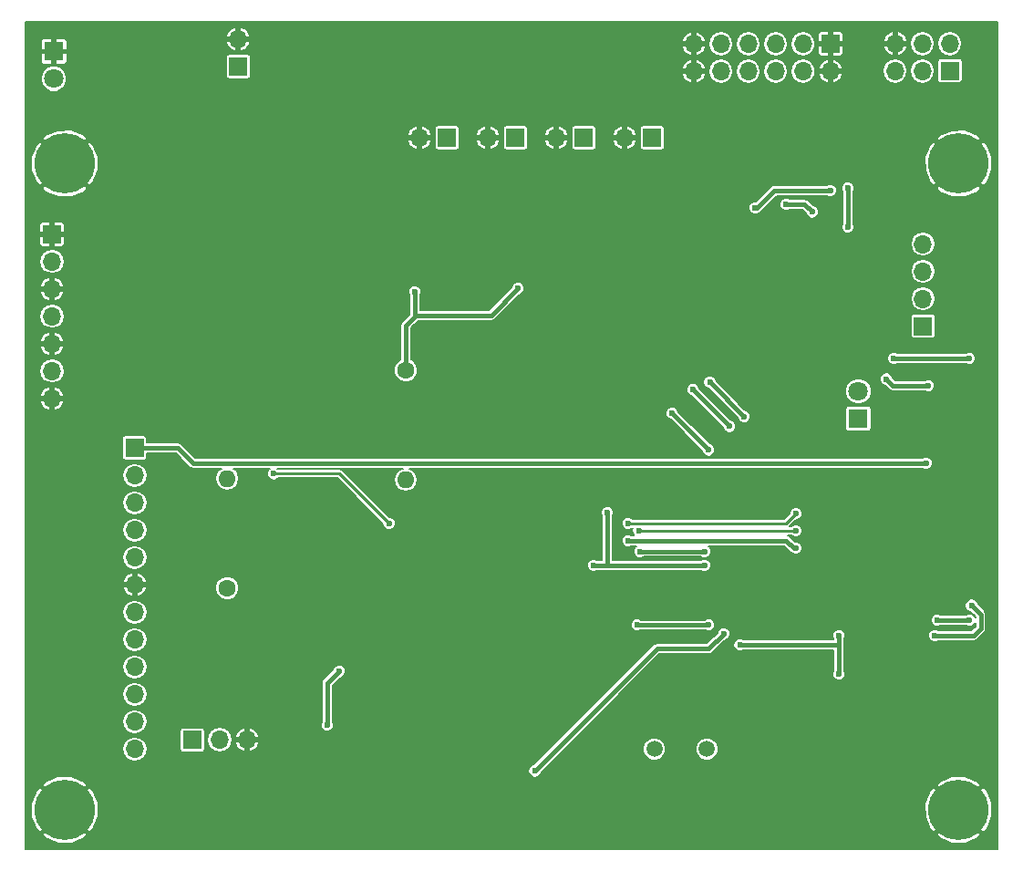
<source format=gtl>
G04 #@! TF.FileFunction,Copper,L1,Top,Signal*
%FSLAX46Y46*%
G04 Gerber Fmt 4.6, Leading zero omitted, Abs format (unit mm)*
G04 Created by KiCad (PCBNEW 4.0.7-e2-6376~58~ubuntu14.04.1) date Mon Jan  1 12:00:40 2018*
%MOMM*%
%LPD*%
G01*
G04 APERTURE LIST*
%ADD10C,0.100000*%
%ADD11R,1.800000X1.800000*%
%ADD12C,1.800000*%
%ADD13R,1.700000X1.700000*%
%ADD14O,1.700000X1.700000*%
%ADD15C,1.500000*%
%ADD16C,1.600000*%
%ADD17O,1.600000X1.600000*%
%ADD18C,5.600000*%
%ADD19C,0.600000*%
%ADD20C,0.400000*%
%ADD21C,0.250000*%
%ADD22C,0.200000*%
G04 APERTURE END LIST*
D10*
D11*
X74000000Y-46600000D03*
D12*
X74000000Y-49140000D03*
D13*
X157200000Y-48400000D03*
D14*
X157200000Y-45860000D03*
X154660000Y-48400000D03*
X154660000Y-45860000D03*
X152120000Y-48400000D03*
X152120000Y-45860000D03*
D13*
X146100000Y-45900000D03*
D14*
X146100000Y-48440000D03*
X143560000Y-45900000D03*
X143560000Y-48440000D03*
X141020000Y-45900000D03*
X141020000Y-48440000D03*
X138480000Y-45900000D03*
X138480000Y-48440000D03*
X135940000Y-45900000D03*
X135940000Y-48440000D03*
X133400000Y-45900000D03*
X133400000Y-48440000D03*
D13*
X154700000Y-72100000D03*
D14*
X154700000Y-69560000D03*
X154700000Y-67020000D03*
X154700000Y-64480000D03*
D13*
X91100000Y-48000000D03*
D14*
X91100000Y-45460000D03*
D15*
X134620000Y-111360000D03*
X129740000Y-111360000D03*
D13*
X129540000Y-54610000D03*
D14*
X127000000Y-54610000D03*
D13*
X123190000Y-54610000D03*
D14*
X120650000Y-54610000D03*
D13*
X110490000Y-54610000D03*
D14*
X107950000Y-54610000D03*
D13*
X116840000Y-54610000D03*
D14*
X114300000Y-54610000D03*
D16*
X90100000Y-96400000D03*
D17*
X90100000Y-86240000D03*
D16*
X106680000Y-76200000D03*
D17*
X106680000Y-86360000D03*
D11*
X148700000Y-80700000D03*
D12*
X148700000Y-78160000D03*
D13*
X73825000Y-63570000D03*
D14*
X73825000Y-66110000D03*
X73825000Y-68650000D03*
X73825000Y-71190000D03*
X73825000Y-73730000D03*
X73825000Y-76270000D03*
X73825000Y-78810000D03*
D18*
X75000000Y-57000000D03*
X158000000Y-57000000D03*
X158000000Y-117000000D03*
X75000000Y-117000000D03*
D13*
X81500000Y-83400000D03*
D14*
X81500000Y-85940000D03*
X81500000Y-88480000D03*
X81500000Y-91020000D03*
X81500000Y-93560000D03*
X81500000Y-96100000D03*
X81500000Y-98640000D03*
X81500000Y-101180000D03*
X81500000Y-103720000D03*
X81500000Y-106260000D03*
X81500000Y-108800000D03*
X81500000Y-111340000D03*
D13*
X86850000Y-110500000D03*
D14*
X89390000Y-110500000D03*
X91930000Y-110500000D03*
D19*
X150500000Y-63000000D03*
X154000000Y-61500000D03*
X78500000Y-45500000D03*
X83000000Y-50000000D03*
X78500000Y-50000000D03*
X113500000Y-100000000D03*
X116000000Y-102500000D03*
X87500000Y-98500000D03*
X94000000Y-99000000D03*
X97000000Y-103500000D03*
X91000000Y-103500000D03*
X88000000Y-101500000D03*
X110500000Y-111000000D03*
X100000000Y-111000000D03*
X103000000Y-111000000D03*
X106500000Y-111000000D03*
X126500000Y-115500000D03*
X122000000Y-115500000D03*
X118500000Y-115500000D03*
X84500000Y-113000000D03*
X90500000Y-116000000D03*
X101000000Y-116500000D03*
X106500000Y-116500000D03*
X112500000Y-116500000D03*
X126500000Y-110000000D03*
X131500000Y-110000000D03*
X135500000Y-109500000D03*
X129500000Y-107000000D03*
X121500000Y-108500000D03*
X152000000Y-114500000D03*
X147000000Y-114500000D03*
X142000000Y-114500000D03*
X145000000Y-109500000D03*
X150500000Y-57000000D03*
X149500000Y-68000000D03*
X145000000Y-54500000D03*
X141000000Y-78000000D03*
X141000000Y-82000000D03*
X128500000Y-86500000D03*
X123500000Y-80000000D03*
X128500000Y-82500000D03*
X134000000Y-86500000D03*
X145000000Y-90000000D03*
X145500000Y-93500000D03*
X139500000Y-86500000D03*
X142000000Y-86500000D03*
X134000000Y-89500000D03*
X149000000Y-93500000D03*
X143000000Y-96000000D03*
X147000000Y-98000000D03*
X154400000Y-109400000D03*
X152500000Y-90000000D03*
X152500000Y-94500000D03*
X151000000Y-98000000D03*
X148000000Y-100000000D03*
X148000000Y-107000000D03*
X150500000Y-107000000D03*
X153500000Y-100000000D03*
X153500000Y-104500000D03*
X131000000Y-58500000D03*
X134500000Y-61500000D03*
X140000000Y-69000000D03*
X140000000Y-66000000D03*
X137000000Y-61500000D03*
X134500000Y-65000000D03*
X127000000Y-75000000D03*
X130500000Y-75000000D03*
X126000000Y-71000000D03*
X140500000Y-72500000D03*
X101500000Y-46500000D03*
X133000000Y-53500000D03*
X131500000Y-51500000D03*
X126000000Y-50000000D03*
X121500000Y-50000000D03*
X117000000Y-50000000D03*
X113000000Y-50000000D03*
X109000000Y-50000000D03*
X105000000Y-48000000D03*
X106000000Y-58000000D03*
X113000000Y-58500000D03*
X117000000Y-67000000D03*
X126000000Y-64500000D03*
X116500000Y-62000000D03*
X119500000Y-64500000D03*
X127000000Y-58500000D03*
X81500000Y-55000000D03*
X77500000Y-53500000D03*
X73000000Y-52000000D03*
X97000000Y-46500000D03*
X97000000Y-54000000D03*
X100000000Y-52000000D03*
X100000000Y-49500000D03*
X97000000Y-49500000D03*
X109000000Y-76000000D03*
X112000000Y-77000000D03*
X112000000Y-82000000D03*
X115500000Y-79000000D03*
X107000000Y-83000000D03*
X105500000Y-88000000D03*
X117000000Y-89000000D03*
X113500000Y-89000000D03*
X128000000Y-98500000D03*
X128000000Y-96500000D03*
X122500000Y-95500000D03*
X122500000Y-98500000D03*
X110500000Y-97000000D03*
X104500000Y-97000000D03*
X97500000Y-97000000D03*
X99500000Y-101000000D03*
X105000000Y-101000000D03*
X76000000Y-95000000D03*
X76000000Y-97500000D03*
X76000000Y-101000000D03*
X76000000Y-104500000D03*
X76000000Y-108000000D03*
X76500000Y-112000000D03*
X78500000Y-114000000D03*
X83000000Y-80000000D03*
X79500000Y-117500000D03*
X76000000Y-92000000D03*
X76000000Y-88000000D03*
X73500000Y-88000000D03*
X73500000Y-83500000D03*
X78500000Y-83500000D03*
X80500000Y-80000000D03*
X100000000Y-61000000D03*
X99000000Y-57000000D03*
X85000000Y-55000000D03*
X89000000Y-57000000D03*
X83500000Y-58500000D03*
X83500000Y-61500000D03*
X78000000Y-59500000D03*
X76500000Y-62000000D03*
X78000000Y-66000000D03*
X81500000Y-66000000D03*
X85500000Y-66000000D03*
X90000000Y-66000000D03*
X90000000Y-62000000D03*
X90000000Y-59500000D03*
X96000000Y-59500000D03*
X96000000Y-63000000D03*
X100000000Y-74000000D03*
X99000000Y-76500000D03*
X95500000Y-82000000D03*
X97500000Y-81000000D03*
X94000000Y-79500000D03*
X100000000Y-71000000D03*
X99000000Y-66000000D03*
X101000000Y-81000000D03*
X104000000Y-81000000D03*
X107000000Y-80000000D03*
X95000000Y-70000000D03*
X95000000Y-67000000D03*
X94000000Y-89000000D03*
X98000000Y-89000000D03*
X87000000Y-86000000D03*
X87000000Y-89000000D03*
X90000000Y-89000000D03*
X109000000Y-89000000D03*
X98000000Y-91000000D03*
X86000000Y-80000000D03*
X89000000Y-75000000D03*
X80000000Y-75000000D03*
X78000000Y-74000000D03*
X90000000Y-68000000D03*
X84000000Y-68000000D03*
X83000000Y-71000000D03*
X83000000Y-76000000D03*
X92000000Y-75000000D03*
X87000000Y-76000000D03*
X110800000Y-65950000D03*
X107730000Y-64390000D03*
X104890000Y-62110000D03*
X136300000Y-95250000D03*
X135850000Y-99050000D03*
X116500000Y-110200000D03*
X133700000Y-103950000D03*
X154900000Y-76400000D03*
X152400000Y-76300000D03*
X155000000Y-78900000D03*
X150800000Y-78800000D03*
X131700000Y-66000000D03*
X137200000Y-103900000D03*
X135500000Y-103950000D03*
X127300000Y-92000000D03*
X142900000Y-92700000D03*
X159200000Y-98000000D03*
X155800000Y-100800000D03*
X155200000Y-77600000D03*
X151300000Y-77000000D03*
X156000000Y-99400000D03*
X159000000Y-99400000D03*
X107500000Y-68900000D03*
X117100000Y-68600000D03*
X125400000Y-89400000D03*
X124100000Y-94300000D03*
X134400000Y-94300000D03*
X137700000Y-101700000D03*
X146900000Y-104400000D03*
X146900000Y-100800000D03*
X142000000Y-60800000D03*
X144400000Y-61500000D03*
X146100000Y-59500000D03*
X139100000Y-61100000D03*
X155000000Y-84800000D03*
X147700000Y-62900000D03*
X147700000Y-59300000D03*
X159000000Y-75100000D03*
X152000000Y-75100000D03*
X131400000Y-80200000D03*
X134800000Y-83600000D03*
X136700000Y-81400000D03*
X133300000Y-78000000D03*
X127300000Y-90400000D03*
X105100000Y-90400000D03*
X94400000Y-85800000D03*
X142900000Y-89500000D03*
X128300000Y-91100000D03*
X142900000Y-91100000D03*
X134900000Y-77300000D03*
X138100000Y-80500000D03*
X128400000Y-93000000D03*
X134400000Y-93000000D03*
X100510000Y-104110000D03*
X99350000Y-109150000D03*
X134800000Y-99850000D03*
X128150000Y-99850000D03*
X118650000Y-113400000D03*
X136200000Y-100650000D03*
D20*
X78500000Y-50000000D02*
X78500000Y-45500000D01*
X77500000Y-53500000D02*
X77500000Y-51000000D01*
X77500000Y-51000000D02*
X78500000Y-50000000D01*
X116000000Y-102500000D02*
X113500000Y-100000000D01*
X113500000Y-100000000D02*
X110500000Y-97000000D01*
X94000000Y-99000000D02*
X90500000Y-99000000D01*
X91000000Y-103500000D02*
X97000000Y-103500000D01*
X90500000Y-99000000D02*
X88000000Y-101500000D01*
X110500000Y-111000000D02*
X110500000Y-110500000D01*
X106500000Y-116500000D02*
X106500000Y-111000000D01*
X103000000Y-111000000D02*
X100000000Y-111000000D01*
X122000000Y-115500000D02*
X118500000Y-115500000D01*
X126500000Y-110000000D02*
X126500000Y-115500000D01*
X91500000Y-117000000D02*
X90500000Y-116000000D01*
X100500000Y-117000000D02*
X91500000Y-117000000D01*
X101000000Y-116500000D02*
X100500000Y-117000000D01*
X112500000Y-116500000D02*
X106500000Y-116500000D01*
X131500000Y-110000000D02*
X131500000Y-109000000D01*
X132000000Y-109500000D02*
X131500000Y-110000000D01*
X142000000Y-114500000D02*
X140500000Y-114500000D01*
X140500000Y-114500000D02*
X135500000Y-109500000D01*
X135500000Y-109500000D02*
X132000000Y-109500000D01*
X131500000Y-109000000D02*
X129500000Y-107000000D01*
X126500000Y-110000000D02*
X129500000Y-107000000D01*
X148000000Y-107000000D02*
X147500000Y-107000000D01*
X152500000Y-114000000D02*
X153000000Y-114000000D01*
X152000000Y-114500000D02*
X152500000Y-114000000D01*
X142000000Y-114500000D02*
X147000000Y-114500000D01*
X147500000Y-107000000D02*
X145000000Y-109500000D01*
X150500000Y-57000000D02*
X147500000Y-57000000D01*
X149500000Y-68000000D02*
X149500000Y-64000000D01*
X141000000Y-72500000D02*
X145500000Y-68000000D01*
X145500000Y-68000000D02*
X149500000Y-68000000D01*
X140500000Y-72500000D02*
X141000000Y-72500000D01*
X149500000Y-64000000D02*
X150500000Y-63000000D01*
X150500000Y-57000000D02*
X150500000Y-63000000D01*
X147500000Y-57000000D02*
X145000000Y-54500000D01*
X141000000Y-82000000D02*
X141000000Y-78000000D01*
X134000000Y-86500000D02*
X128500000Y-86500000D01*
X125000000Y-81500000D02*
X123500000Y-80000000D01*
X127500000Y-81500000D02*
X125000000Y-81500000D01*
X128500000Y-82500000D02*
X127500000Y-81500000D01*
X145000000Y-90000000D02*
X145000000Y-88000000D01*
X145500000Y-90500000D02*
X145000000Y-90000000D01*
X145500000Y-90500000D02*
X145500000Y-93500000D01*
X143500000Y-86500000D02*
X142000000Y-86500000D01*
X145000000Y-88000000D02*
X143500000Y-86500000D01*
X134000000Y-86500000D02*
X139500000Y-86500000D01*
X143000000Y-96000000D02*
X145500000Y-93500000D01*
X150000000Y-94500000D02*
X152500000Y-94500000D01*
X150000000Y-94500000D02*
X149000000Y-93500000D01*
X145500000Y-93500000D02*
X149000000Y-93500000D01*
X148000000Y-100000000D02*
X148000000Y-99000000D01*
X148000000Y-99000000D02*
X147000000Y-98000000D01*
X154400000Y-109400000D02*
X154400000Y-105400000D01*
X152500000Y-96500000D02*
X152500000Y-94500000D01*
X151000000Y-98000000D02*
X152500000Y-96500000D01*
X148000000Y-107000000D02*
X148000000Y-100000000D01*
X150500000Y-103000000D02*
X150500000Y-107000000D01*
X153500000Y-100000000D02*
X150500000Y-103000000D01*
X154400000Y-105400000D02*
X153500000Y-104500000D01*
X134500000Y-61500000D02*
X134000000Y-61500000D01*
X134000000Y-61500000D02*
X131000000Y-58500000D01*
X140000000Y-66000000D02*
X140000000Y-64500000D01*
X140000000Y-69000000D02*
X140000000Y-66000000D01*
X140000000Y-64500000D02*
X137000000Y-61500000D01*
X134500000Y-61500000D02*
X137000000Y-61500000D01*
X130500000Y-75000000D02*
X138000000Y-75000000D01*
X127000000Y-75000000D02*
X130500000Y-75000000D01*
X126000000Y-64500000D02*
X126000000Y-71000000D01*
X138000000Y-75000000D02*
X140500000Y-72500000D01*
X133000000Y-53000000D02*
X133000000Y-53500000D01*
X131500000Y-51500000D02*
X133000000Y-53000000D01*
X121500000Y-50000000D02*
X126000000Y-50000000D01*
X113000000Y-50000000D02*
X117000000Y-50000000D01*
X107000000Y-50000000D02*
X109000000Y-50000000D01*
X105000000Y-48000000D02*
X107000000Y-50000000D01*
X99000000Y-57000000D02*
X105000000Y-57000000D01*
X105000000Y-57000000D02*
X106000000Y-58000000D01*
X107730000Y-64390000D02*
X107730000Y-62270000D01*
X111500000Y-58500000D02*
X113000000Y-58500000D01*
X107730000Y-62270000D02*
X111500000Y-58500000D01*
X117000000Y-62000000D02*
X116500000Y-62000000D01*
X119500000Y-64500000D02*
X117000000Y-62000000D01*
X127000000Y-58500000D02*
X126000000Y-59500000D01*
X126000000Y-59500000D02*
X126000000Y-64500000D01*
X77500000Y-53500000D02*
X74500000Y-53500000D01*
X74500000Y-53500000D02*
X73000000Y-52000000D01*
X97000000Y-49500000D02*
X97000000Y-46500000D01*
X97000000Y-54000000D02*
X97000000Y-49500000D01*
X99000000Y-56000000D02*
X97000000Y-54000000D01*
X99000000Y-57000000D02*
X99000000Y-56000000D01*
X100000000Y-49500000D02*
X100000000Y-52000000D01*
X111000000Y-76000000D02*
X109000000Y-76000000D01*
X112000000Y-77000000D02*
X111000000Y-76000000D01*
X115000000Y-82000000D02*
X112000000Y-82000000D01*
X115000000Y-79500000D02*
X115000000Y-82000000D01*
X115500000Y-79000000D02*
X115000000Y-79500000D01*
X107000000Y-80000000D02*
X107000000Y-83000000D01*
X113500000Y-89000000D02*
X117000000Y-89000000D01*
X122500000Y-96500000D02*
X128000000Y-96500000D01*
X122500000Y-98500000D02*
X122500000Y-96500000D01*
X122500000Y-96500000D02*
X122500000Y-95500000D01*
X104500000Y-97000000D02*
X110500000Y-97000000D01*
X105000000Y-101000000D02*
X99500000Y-101000000D01*
X83000000Y-76000000D02*
X83000000Y-80000000D01*
X76000000Y-88000000D02*
X76000000Y-92000000D01*
X73500000Y-83500000D02*
X73500000Y-88000000D01*
X80000000Y-82000000D02*
X78500000Y-83500000D01*
X80000000Y-80500000D02*
X80000000Y-82000000D01*
X80500000Y-80000000D02*
X80000000Y-80500000D01*
X96000000Y-59500000D02*
X96500000Y-59500000D01*
X99000000Y-62000000D02*
X99000000Y-66000000D01*
X100000000Y-61000000D02*
X99000000Y-62000000D01*
X96500000Y-59500000D02*
X99000000Y-57000000D01*
X85000000Y-55000000D02*
X81500000Y-55000000D01*
X90000000Y-59500000D02*
X90000000Y-58000000D01*
X90000000Y-58000000D02*
X89000000Y-57000000D01*
X80000000Y-61500000D02*
X83500000Y-61500000D01*
X78000000Y-59500000D02*
X80000000Y-61500000D01*
X76500000Y-64500000D02*
X76500000Y-62000000D01*
X78000000Y-66000000D02*
X76500000Y-64500000D01*
X85500000Y-66000000D02*
X81500000Y-66000000D01*
X90000000Y-62000000D02*
X90000000Y-66000000D01*
X95000000Y-67000000D02*
X95000000Y-64000000D01*
X96000000Y-59500000D02*
X90000000Y-59500000D01*
X95000000Y-64000000D02*
X96000000Y-63000000D01*
X95500000Y-82000000D02*
X95500000Y-81000000D01*
X96500000Y-81000000D02*
X95500000Y-82000000D01*
X101000000Y-81000000D02*
X97500000Y-81000000D01*
X97500000Y-81000000D02*
X96500000Y-81000000D01*
X95500000Y-81000000D02*
X94000000Y-79500000D01*
X100000000Y-74000000D02*
X100000000Y-71000000D01*
X101000000Y-75000000D02*
X100000000Y-74000000D01*
X106000000Y-81000000D02*
X104000000Y-81000000D01*
X107000000Y-80000000D02*
X106000000Y-81000000D01*
X101000000Y-81000000D02*
X101000000Y-75000000D01*
X98000000Y-67000000D02*
X95000000Y-67000000D01*
X99000000Y-66000000D02*
X98000000Y-67000000D01*
X94000000Y-89000000D02*
X90000000Y-89000000D01*
X98000000Y-89000000D02*
X94000000Y-89000000D01*
X87000000Y-89000000D02*
X87000000Y-86000000D01*
X98000000Y-91000000D02*
X98000000Y-89000000D01*
X109000000Y-89000000D02*
X106000000Y-92000000D01*
X106000000Y-92000000D02*
X101000000Y-92000000D01*
X101000000Y-92000000D02*
X98000000Y-89000000D01*
X87000000Y-76000000D02*
X87000000Y-79000000D01*
X87000000Y-79000000D02*
X86000000Y-80000000D01*
X83000000Y-75000000D02*
X80000000Y-75000000D01*
X80000000Y-75000000D02*
X79000000Y-75000000D01*
X79000000Y-75000000D02*
X78000000Y-74000000D01*
X90000000Y-68000000D02*
X84000000Y-68000000D01*
X83000000Y-71000000D02*
X83000000Y-75000000D01*
X83000000Y-75000000D02*
X83000000Y-76000000D01*
X88000000Y-75000000D02*
X89000000Y-75000000D01*
X89000000Y-75000000D02*
X92000000Y-75000000D01*
X87000000Y-76000000D02*
X88000000Y-75000000D01*
X110800000Y-65950000D02*
X110780000Y-65930000D01*
X110780000Y-65930000D02*
X109270000Y-65930000D01*
X109270000Y-65930000D02*
X107730000Y-64390000D01*
X135500000Y-103950000D02*
X133700000Y-103950000D01*
X152500000Y-76400000D02*
X154900000Y-76400000D01*
X152400000Y-76300000D02*
X152500000Y-76400000D01*
X150900000Y-78900000D02*
X155000000Y-78900000D01*
X150800000Y-78800000D02*
X150900000Y-78900000D01*
D21*
X135550000Y-103900000D02*
X137200000Y-103900000D01*
X135500000Y-103950000D02*
X135550000Y-103900000D01*
D20*
X142700000Y-92700000D02*
X142000000Y-92000000D01*
X142000000Y-92000000D02*
X127300000Y-92000000D01*
X142900000Y-92700000D02*
X142700000Y-92700000D01*
X160050000Y-100150000D02*
X160050000Y-98850000D01*
X160050000Y-98850000D02*
X159200000Y-98000000D01*
X160050000Y-100150000D02*
X159400000Y-100800000D01*
X159400000Y-100800000D02*
X155800000Y-100800000D01*
X151900000Y-77600000D02*
X155200000Y-77600000D01*
X151300000Y-77000000D02*
X151900000Y-77600000D01*
X156000000Y-99400000D02*
X159000000Y-99400000D01*
X107500000Y-71100000D02*
X107500000Y-71200000D01*
X107500000Y-71200000D02*
X106680000Y-72020000D01*
X107500000Y-68900000D02*
X107500000Y-71100000D01*
X117100000Y-68600000D02*
X114600000Y-71100000D01*
X114600000Y-71100000D02*
X107500000Y-71100000D01*
X106680000Y-72020000D02*
X106680000Y-76200000D01*
X125400000Y-94300000D02*
X125400000Y-89400000D01*
X124100000Y-94300000D02*
X125400000Y-94300000D01*
X125400000Y-94300000D02*
X134400000Y-94300000D01*
X143500000Y-101700000D02*
X146900000Y-101700000D01*
X137700000Y-101700000D02*
X143500000Y-101700000D01*
X146900000Y-104400000D02*
X146900000Y-101700000D01*
X146900000Y-101700000D02*
X146900000Y-100800000D01*
X143700000Y-60800000D02*
X142000000Y-60800000D01*
X144400000Y-61500000D02*
X143700000Y-60800000D01*
X146100000Y-59500000D02*
X140900000Y-59500000D01*
X139300000Y-61100000D02*
X139100000Y-61100000D01*
X140900000Y-59500000D02*
X139300000Y-61100000D01*
X81500000Y-83400000D02*
X85500000Y-83400000D01*
X86900000Y-84800000D02*
X155000000Y-84800000D01*
X85500000Y-83400000D02*
X86900000Y-84800000D01*
X147700000Y-59300000D02*
X147700000Y-62900000D01*
X155200000Y-75100000D02*
X159000000Y-75100000D01*
X152000000Y-75100000D02*
X155200000Y-75100000D01*
X134800000Y-83600000D02*
X131400000Y-80200000D01*
X133300000Y-78000000D02*
X136700000Y-81400000D01*
D21*
X105100000Y-90400000D02*
X100500000Y-85800000D01*
X142000000Y-90400000D02*
X141800000Y-90400000D01*
X127300000Y-90400000D02*
X141800000Y-90400000D01*
X94400000Y-85800000D02*
X100500000Y-85800000D01*
X142900000Y-89500000D02*
X142000000Y-90400000D01*
X142900000Y-91100000D02*
X128300000Y-91100000D01*
D20*
X138100000Y-80500000D02*
X134900000Y-77300000D01*
X134400000Y-93000000D02*
X128400000Y-93000000D01*
X82120000Y-91020000D02*
X81500000Y-91020000D01*
X99350000Y-105270000D02*
X99350000Y-109150000D01*
X100510000Y-104110000D02*
X99350000Y-105270000D01*
X128150000Y-99850000D02*
X134800000Y-99850000D01*
X130000000Y-102050000D02*
X131900000Y-102050000D01*
X118650000Y-113400000D02*
X130000000Y-102050000D01*
X134800000Y-102050000D02*
X136200000Y-100650000D01*
X131900000Y-102050000D02*
X134800000Y-102050000D01*
D22*
G36*
X161650000Y-120650000D02*
X71350000Y-120650000D01*
X71350000Y-119296662D01*
X72916178Y-119296662D01*
X73254032Y-119659163D01*
X74404555Y-120124899D01*
X75645727Y-120114897D01*
X76745968Y-119659163D01*
X77083822Y-119296662D01*
X155916178Y-119296662D01*
X156254032Y-119659163D01*
X157404555Y-120124899D01*
X158645727Y-120114897D01*
X159745968Y-119659163D01*
X160083822Y-119296662D01*
X158000000Y-117212839D01*
X155916178Y-119296662D01*
X77083822Y-119296662D01*
X75000000Y-117212839D01*
X72916178Y-119296662D01*
X71350000Y-119296662D01*
X71350000Y-116404555D01*
X71875101Y-116404555D01*
X71885103Y-117645727D01*
X72340837Y-118745968D01*
X72703338Y-119083822D01*
X74787161Y-117000000D01*
X75212839Y-117000000D01*
X77296662Y-119083822D01*
X77659163Y-118745968D01*
X78124899Y-117595445D01*
X78115303Y-116404555D01*
X154875101Y-116404555D01*
X154885103Y-117645727D01*
X155340837Y-118745968D01*
X155703338Y-119083822D01*
X157787161Y-117000000D01*
X158212839Y-117000000D01*
X160296662Y-119083822D01*
X160659163Y-118745968D01*
X161124899Y-117595445D01*
X161114897Y-116354273D01*
X160659163Y-115254032D01*
X160296662Y-114916178D01*
X158212839Y-117000000D01*
X157787161Y-117000000D01*
X155703338Y-114916178D01*
X155340837Y-115254032D01*
X154875101Y-116404555D01*
X78115303Y-116404555D01*
X78114897Y-116354273D01*
X77659163Y-115254032D01*
X77296662Y-114916178D01*
X75212839Y-117000000D01*
X74787161Y-117000000D01*
X72703338Y-114916178D01*
X72340837Y-115254032D01*
X71875101Y-116404555D01*
X71350000Y-116404555D01*
X71350000Y-114703338D01*
X72916178Y-114703338D01*
X75000000Y-116787161D01*
X77083822Y-114703338D01*
X155916178Y-114703338D01*
X158000000Y-116787161D01*
X160083822Y-114703338D01*
X159745968Y-114340837D01*
X158595445Y-113875101D01*
X157354273Y-113885103D01*
X156254032Y-114340837D01*
X155916178Y-114703338D01*
X77083822Y-114703338D01*
X76745968Y-114340837D01*
X75595445Y-113875101D01*
X74354273Y-113885103D01*
X73254032Y-114340837D01*
X72916178Y-114703338D01*
X71350000Y-114703338D01*
X71350000Y-113518824D01*
X118049896Y-113518824D01*
X118141048Y-113739429D01*
X118309683Y-113908359D01*
X118530129Y-113999896D01*
X118768824Y-114000104D01*
X118989429Y-113908952D01*
X119158359Y-113740317D01*
X119249896Y-113519871D01*
X119249907Y-113507199D01*
X121189164Y-111567942D01*
X128689818Y-111567942D01*
X128849334Y-111954000D01*
X129144446Y-112249628D01*
X129530226Y-112409818D01*
X129947942Y-112410182D01*
X130334000Y-112250666D01*
X130629628Y-111955554D01*
X130789818Y-111569774D01*
X130789819Y-111567942D01*
X133569818Y-111567942D01*
X133729334Y-111954000D01*
X134024446Y-112249628D01*
X134410226Y-112409818D01*
X134827942Y-112410182D01*
X135214000Y-112250666D01*
X135509628Y-111955554D01*
X135669818Y-111569774D01*
X135670182Y-111152058D01*
X135510666Y-110766000D01*
X135215554Y-110470372D01*
X134829774Y-110310182D01*
X134412058Y-110309818D01*
X134026000Y-110469334D01*
X133730372Y-110764446D01*
X133570182Y-111150226D01*
X133569818Y-111567942D01*
X130789819Y-111567942D01*
X130790182Y-111152058D01*
X130630666Y-110766000D01*
X130335554Y-110470372D01*
X129949774Y-110310182D01*
X129532058Y-110309818D01*
X129146000Y-110469334D01*
X128850372Y-110764446D01*
X128690182Y-111150226D01*
X128689818Y-111567942D01*
X121189164Y-111567942D01*
X130207106Y-102550000D01*
X134800000Y-102550000D01*
X134991342Y-102511940D01*
X135153553Y-102403553D01*
X135738282Y-101818824D01*
X137099896Y-101818824D01*
X137191048Y-102039429D01*
X137359683Y-102208359D01*
X137580129Y-102299896D01*
X137818824Y-102300104D01*
X138039429Y-102208952D01*
X138048397Y-102200000D01*
X146400000Y-102200000D01*
X146400000Y-104051339D01*
X146391641Y-104059683D01*
X146300104Y-104280129D01*
X146299896Y-104518824D01*
X146391048Y-104739429D01*
X146559683Y-104908359D01*
X146780129Y-104999896D01*
X147018824Y-105000104D01*
X147239429Y-104908952D01*
X147408359Y-104740317D01*
X147499896Y-104519871D01*
X147500104Y-104281176D01*
X147408952Y-104060571D01*
X147400000Y-104051603D01*
X147400000Y-101148661D01*
X147408359Y-101140317D01*
X147499896Y-100919871D01*
X147499896Y-100918824D01*
X155199896Y-100918824D01*
X155291048Y-101139429D01*
X155459683Y-101308359D01*
X155680129Y-101399896D01*
X155918824Y-101400104D01*
X156139429Y-101308952D01*
X156148397Y-101300000D01*
X159400000Y-101300000D01*
X159591342Y-101261940D01*
X159753553Y-101153553D01*
X160403554Y-100503553D01*
X160511940Y-100341342D01*
X160550000Y-100150000D01*
X160550000Y-98850000D01*
X160511940Y-98658658D01*
X160468526Y-98593686D01*
X160403554Y-98496447D01*
X159800094Y-97892987D01*
X159800104Y-97881176D01*
X159708952Y-97660571D01*
X159540317Y-97491641D01*
X159319871Y-97400104D01*
X159081176Y-97399896D01*
X158860571Y-97491048D01*
X158691641Y-97659683D01*
X158600104Y-97880129D01*
X158599896Y-98118824D01*
X158691048Y-98339429D01*
X158859683Y-98508359D01*
X159080129Y-98599896D01*
X159092801Y-98599907D01*
X159550000Y-99057107D01*
X159550000Y-99159915D01*
X159508952Y-99060571D01*
X159340317Y-98891641D01*
X159119871Y-98800104D01*
X158881176Y-98799896D01*
X158660571Y-98891048D01*
X158651603Y-98900000D01*
X156348661Y-98900000D01*
X156340317Y-98891641D01*
X156119871Y-98800104D01*
X155881176Y-98799896D01*
X155660571Y-98891048D01*
X155491641Y-99059683D01*
X155400104Y-99280129D01*
X155399896Y-99518824D01*
X155491048Y-99739429D01*
X155659683Y-99908359D01*
X155880129Y-99999896D01*
X156118824Y-100000104D01*
X156339429Y-99908952D01*
X156348397Y-99900000D01*
X158651339Y-99900000D01*
X158659683Y-99908359D01*
X158880129Y-99999896D01*
X159118824Y-100000104D01*
X159339429Y-99908952D01*
X159508359Y-99740317D01*
X159550000Y-99640034D01*
X159550000Y-99942893D01*
X159192894Y-100300000D01*
X156148661Y-100300000D01*
X156140317Y-100291641D01*
X155919871Y-100200104D01*
X155681176Y-100199896D01*
X155460571Y-100291048D01*
X155291641Y-100459683D01*
X155200104Y-100680129D01*
X155199896Y-100918824D01*
X147499896Y-100918824D01*
X147500104Y-100681176D01*
X147408952Y-100460571D01*
X147240317Y-100291641D01*
X147019871Y-100200104D01*
X146781176Y-100199896D01*
X146560571Y-100291048D01*
X146391641Y-100459683D01*
X146300104Y-100680129D01*
X146299896Y-100918824D01*
X146391048Y-101139429D01*
X146400000Y-101148397D01*
X146400000Y-101200000D01*
X138048661Y-101200000D01*
X138040317Y-101191641D01*
X137819871Y-101100104D01*
X137581176Y-101099896D01*
X137360571Y-101191048D01*
X137191641Y-101359683D01*
X137100104Y-101580129D01*
X137099896Y-101818824D01*
X135738282Y-101818824D01*
X136307012Y-101250094D01*
X136318824Y-101250104D01*
X136539429Y-101158952D01*
X136708359Y-100990317D01*
X136799896Y-100769871D01*
X136800104Y-100531176D01*
X136708952Y-100310571D01*
X136540317Y-100141641D01*
X136319871Y-100050104D01*
X136081176Y-100049896D01*
X135860571Y-100141048D01*
X135691641Y-100309683D01*
X135600104Y-100530129D01*
X135600093Y-100542801D01*
X134592894Y-101550000D01*
X130000000Y-101550000D01*
X129808658Y-101588060D01*
X129646447Y-101696447D01*
X118542988Y-112799906D01*
X118531176Y-112799896D01*
X118310571Y-112891048D01*
X118141641Y-113059683D01*
X118050104Y-113280129D01*
X118049896Y-113518824D01*
X71350000Y-113518824D01*
X71350000Y-111340000D01*
X80327470Y-111340000D01*
X80415009Y-111780086D01*
X80664297Y-112153173D01*
X81037384Y-112402461D01*
X81477470Y-112490000D01*
X81522530Y-112490000D01*
X81962616Y-112402461D01*
X82335703Y-112153173D01*
X82584991Y-111780086D01*
X82672530Y-111340000D01*
X82584991Y-110899914D01*
X82335703Y-110526827D01*
X81962616Y-110277539D01*
X81522530Y-110190000D01*
X81477470Y-110190000D01*
X81037384Y-110277539D01*
X80664297Y-110526827D01*
X80415009Y-110899914D01*
X80327470Y-111340000D01*
X71350000Y-111340000D01*
X71350000Y-108800000D01*
X80327470Y-108800000D01*
X80415009Y-109240086D01*
X80664297Y-109613173D01*
X81037384Y-109862461D01*
X81477470Y-109950000D01*
X81522530Y-109950000D01*
X81962616Y-109862461D01*
X82280587Y-109650000D01*
X85694123Y-109650000D01*
X85694123Y-111350000D01*
X85715042Y-111461173D01*
X85780745Y-111563279D01*
X85880997Y-111631778D01*
X86000000Y-111655877D01*
X87700000Y-111655877D01*
X87811173Y-111634958D01*
X87913279Y-111569255D01*
X87981778Y-111469003D01*
X88005877Y-111350000D01*
X88005877Y-110477470D01*
X88240000Y-110477470D01*
X88240000Y-110522530D01*
X88327539Y-110962616D01*
X88576827Y-111335703D01*
X88949914Y-111584991D01*
X89390000Y-111672530D01*
X89830086Y-111584991D01*
X90203173Y-111335703D01*
X90452461Y-110962616D01*
X90478808Y-110830157D01*
X90807534Y-110830157D01*
X91019322Y-111234574D01*
X91369753Y-111527159D01*
X91599845Y-111622452D01*
X91779500Y-111579560D01*
X91779500Y-110650500D01*
X92080500Y-110650500D01*
X92080500Y-111579560D01*
X92260155Y-111622452D01*
X92490247Y-111527159D01*
X92840678Y-111234574D01*
X93052466Y-110830157D01*
X93010295Y-110650500D01*
X92080500Y-110650500D01*
X91779500Y-110650500D01*
X90849705Y-110650500D01*
X90807534Y-110830157D01*
X90478808Y-110830157D01*
X90540000Y-110522530D01*
X90540000Y-110477470D01*
X90478809Y-110169843D01*
X90807534Y-110169843D01*
X90849705Y-110349500D01*
X91779500Y-110349500D01*
X91779500Y-109420440D01*
X92080500Y-109420440D01*
X92080500Y-110349500D01*
X93010295Y-110349500D01*
X93052466Y-110169843D01*
X92840678Y-109765426D01*
X92490247Y-109472841D01*
X92260155Y-109377548D01*
X92080500Y-109420440D01*
X91779500Y-109420440D01*
X91599845Y-109377548D01*
X91369753Y-109472841D01*
X91019322Y-109765426D01*
X90807534Y-110169843D01*
X90478809Y-110169843D01*
X90452461Y-110037384D01*
X90203173Y-109664297D01*
X89830086Y-109415009D01*
X89390000Y-109327470D01*
X88949914Y-109415009D01*
X88576827Y-109664297D01*
X88327539Y-110037384D01*
X88240000Y-110477470D01*
X88005877Y-110477470D01*
X88005877Y-109650000D01*
X87984958Y-109538827D01*
X87919255Y-109436721D01*
X87819003Y-109368222D01*
X87700000Y-109344123D01*
X86000000Y-109344123D01*
X85888827Y-109365042D01*
X85786721Y-109430745D01*
X85718222Y-109530997D01*
X85694123Y-109650000D01*
X82280587Y-109650000D01*
X82335703Y-109613173D01*
X82565788Y-109268824D01*
X98749896Y-109268824D01*
X98841048Y-109489429D01*
X99009683Y-109658359D01*
X99230129Y-109749896D01*
X99468824Y-109750104D01*
X99689429Y-109658952D01*
X99858359Y-109490317D01*
X99949896Y-109269871D01*
X99950104Y-109031176D01*
X99858952Y-108810571D01*
X99850000Y-108801603D01*
X99850000Y-105477106D01*
X100617013Y-104710094D01*
X100628824Y-104710104D01*
X100849429Y-104618952D01*
X101018359Y-104450317D01*
X101109896Y-104229871D01*
X101110104Y-103991176D01*
X101018952Y-103770571D01*
X100850317Y-103601641D01*
X100629871Y-103510104D01*
X100391176Y-103509896D01*
X100170571Y-103601048D01*
X100001641Y-103769683D01*
X99910104Y-103990129D01*
X99910093Y-104002800D01*
X98996447Y-104916447D01*
X98888060Y-105078658D01*
X98850000Y-105270000D01*
X98850000Y-108801339D01*
X98841641Y-108809683D01*
X98750104Y-109030129D01*
X98749896Y-109268824D01*
X82565788Y-109268824D01*
X82584991Y-109240086D01*
X82672530Y-108800000D01*
X82584991Y-108359914D01*
X82335703Y-107986827D01*
X81962616Y-107737539D01*
X81522530Y-107650000D01*
X81477470Y-107650000D01*
X81037384Y-107737539D01*
X80664297Y-107986827D01*
X80415009Y-108359914D01*
X80327470Y-108800000D01*
X71350000Y-108800000D01*
X71350000Y-106260000D01*
X80327470Y-106260000D01*
X80415009Y-106700086D01*
X80664297Y-107073173D01*
X81037384Y-107322461D01*
X81477470Y-107410000D01*
X81522530Y-107410000D01*
X81962616Y-107322461D01*
X82335703Y-107073173D01*
X82584991Y-106700086D01*
X82672530Y-106260000D01*
X82584991Y-105819914D01*
X82335703Y-105446827D01*
X81962616Y-105197539D01*
X81522530Y-105110000D01*
X81477470Y-105110000D01*
X81037384Y-105197539D01*
X80664297Y-105446827D01*
X80415009Y-105819914D01*
X80327470Y-106260000D01*
X71350000Y-106260000D01*
X71350000Y-103720000D01*
X80327470Y-103720000D01*
X80415009Y-104160086D01*
X80664297Y-104533173D01*
X81037384Y-104782461D01*
X81477470Y-104870000D01*
X81522530Y-104870000D01*
X81962616Y-104782461D01*
X82335703Y-104533173D01*
X82584991Y-104160086D01*
X82672530Y-103720000D01*
X82584991Y-103279914D01*
X82335703Y-102906827D01*
X81962616Y-102657539D01*
X81522530Y-102570000D01*
X81477470Y-102570000D01*
X81037384Y-102657539D01*
X80664297Y-102906827D01*
X80415009Y-103279914D01*
X80327470Y-103720000D01*
X71350000Y-103720000D01*
X71350000Y-101180000D01*
X80327470Y-101180000D01*
X80415009Y-101620086D01*
X80664297Y-101993173D01*
X81037384Y-102242461D01*
X81477470Y-102330000D01*
X81522530Y-102330000D01*
X81962616Y-102242461D01*
X82335703Y-101993173D01*
X82584991Y-101620086D01*
X82672530Y-101180000D01*
X82584991Y-100739914D01*
X82335703Y-100366827D01*
X81962616Y-100117539D01*
X81522530Y-100030000D01*
X81477470Y-100030000D01*
X81037384Y-100117539D01*
X80664297Y-100366827D01*
X80415009Y-100739914D01*
X80327470Y-101180000D01*
X71350000Y-101180000D01*
X71350000Y-99968824D01*
X127549896Y-99968824D01*
X127641048Y-100189429D01*
X127809683Y-100358359D01*
X128030129Y-100449896D01*
X128268824Y-100450104D01*
X128489429Y-100358952D01*
X128498397Y-100350000D01*
X134451339Y-100350000D01*
X134459683Y-100358359D01*
X134680129Y-100449896D01*
X134918824Y-100450104D01*
X135139429Y-100358952D01*
X135308359Y-100190317D01*
X135399896Y-99969871D01*
X135400104Y-99731176D01*
X135308952Y-99510571D01*
X135140317Y-99341641D01*
X134919871Y-99250104D01*
X134681176Y-99249896D01*
X134460571Y-99341048D01*
X134451603Y-99350000D01*
X128498661Y-99350000D01*
X128490317Y-99341641D01*
X128269871Y-99250104D01*
X128031176Y-99249896D01*
X127810571Y-99341048D01*
X127641641Y-99509683D01*
X127550104Y-99730129D01*
X127549896Y-99968824D01*
X71350000Y-99968824D01*
X71350000Y-98640000D01*
X80327470Y-98640000D01*
X80415009Y-99080086D01*
X80664297Y-99453173D01*
X81037384Y-99702461D01*
X81477470Y-99790000D01*
X81522530Y-99790000D01*
X81962616Y-99702461D01*
X82335703Y-99453173D01*
X82584991Y-99080086D01*
X82672530Y-98640000D01*
X82584991Y-98199914D01*
X82335703Y-97826827D01*
X81962616Y-97577539D01*
X81522530Y-97490000D01*
X81477470Y-97490000D01*
X81037384Y-97577539D01*
X80664297Y-97826827D01*
X80415009Y-98199914D01*
X80327470Y-98640000D01*
X71350000Y-98640000D01*
X71350000Y-96430155D01*
X80377548Y-96430155D01*
X80472841Y-96660247D01*
X80765426Y-97010678D01*
X81169843Y-97222466D01*
X81349500Y-97180295D01*
X81349500Y-96250500D01*
X81650500Y-96250500D01*
X81650500Y-97180295D01*
X81830157Y-97222466D01*
X82234574Y-97010678D01*
X82527159Y-96660247D01*
X82544720Y-96617844D01*
X88999810Y-96617844D01*
X89166922Y-97022286D01*
X89476087Y-97331991D01*
X89880237Y-97499808D01*
X90317844Y-97500190D01*
X90722286Y-97333078D01*
X91031991Y-97023913D01*
X91199808Y-96619763D01*
X91200190Y-96182156D01*
X91033078Y-95777714D01*
X90723913Y-95468009D01*
X90319763Y-95300192D01*
X89882156Y-95299810D01*
X89477714Y-95466922D01*
X89168009Y-95776087D01*
X89000192Y-96180237D01*
X88999810Y-96617844D01*
X82544720Y-96617844D01*
X82622452Y-96430155D01*
X82579560Y-96250500D01*
X81650500Y-96250500D01*
X81349500Y-96250500D01*
X80420440Y-96250500D01*
X80377548Y-96430155D01*
X71350000Y-96430155D01*
X71350000Y-95769845D01*
X80377548Y-95769845D01*
X80420440Y-95949500D01*
X81349500Y-95949500D01*
X81349500Y-95019705D01*
X81650500Y-95019705D01*
X81650500Y-95949500D01*
X82579560Y-95949500D01*
X82622452Y-95769845D01*
X82527159Y-95539753D01*
X82234574Y-95189322D01*
X81830157Y-94977534D01*
X81650500Y-95019705D01*
X81349500Y-95019705D01*
X81169843Y-94977534D01*
X80765426Y-95189322D01*
X80472841Y-95539753D01*
X80377548Y-95769845D01*
X71350000Y-95769845D01*
X71350000Y-93560000D01*
X80327470Y-93560000D01*
X80415009Y-94000086D01*
X80664297Y-94373173D01*
X81037384Y-94622461D01*
X81477470Y-94710000D01*
X81522530Y-94710000D01*
X81962616Y-94622461D01*
X82267381Y-94418824D01*
X123499896Y-94418824D01*
X123591048Y-94639429D01*
X123759683Y-94808359D01*
X123980129Y-94899896D01*
X124218824Y-94900104D01*
X124439429Y-94808952D01*
X124448397Y-94800000D01*
X134051339Y-94800000D01*
X134059683Y-94808359D01*
X134280129Y-94899896D01*
X134518824Y-94900104D01*
X134739429Y-94808952D01*
X134908359Y-94640317D01*
X134999896Y-94419871D01*
X135000104Y-94181176D01*
X134908952Y-93960571D01*
X134740317Y-93791641D01*
X134519871Y-93700104D01*
X134281176Y-93699896D01*
X134060571Y-93791048D01*
X134051603Y-93800000D01*
X125900000Y-93800000D01*
X125900000Y-90518824D01*
X126699896Y-90518824D01*
X126791048Y-90739429D01*
X126959683Y-90908359D01*
X127180129Y-90999896D01*
X127418824Y-91000104D01*
X127639429Y-90908952D01*
X127723528Y-90825000D01*
X127764519Y-90825000D01*
X127700104Y-90980129D01*
X127699896Y-91218824D01*
X127791048Y-91439429D01*
X127851513Y-91500000D01*
X127648661Y-91500000D01*
X127640317Y-91491641D01*
X127419871Y-91400104D01*
X127181176Y-91399896D01*
X126960571Y-91491048D01*
X126791641Y-91659683D01*
X126700104Y-91880129D01*
X126699896Y-92118824D01*
X126791048Y-92339429D01*
X126959683Y-92508359D01*
X127180129Y-92599896D01*
X127418824Y-92600104D01*
X127639429Y-92508952D01*
X127648397Y-92500000D01*
X128051603Y-92500000D01*
X127891641Y-92659683D01*
X127800104Y-92880129D01*
X127799896Y-93118824D01*
X127891048Y-93339429D01*
X128059683Y-93508359D01*
X128280129Y-93599896D01*
X128518824Y-93600104D01*
X128739429Y-93508952D01*
X128748397Y-93500000D01*
X134051339Y-93500000D01*
X134059683Y-93508359D01*
X134280129Y-93599896D01*
X134518824Y-93600104D01*
X134739429Y-93508952D01*
X134908359Y-93340317D01*
X134999896Y-93119871D01*
X135000104Y-92881176D01*
X134908952Y-92660571D01*
X134748661Y-92500000D01*
X141792894Y-92500000D01*
X142346446Y-93053553D01*
X142444131Y-93118824D01*
X142508658Y-93161940D01*
X142514506Y-93163103D01*
X142559683Y-93208359D01*
X142780129Y-93299896D01*
X143018824Y-93300104D01*
X143239429Y-93208952D01*
X143408359Y-93040317D01*
X143499896Y-92819871D01*
X143500104Y-92581176D01*
X143408952Y-92360571D01*
X143240317Y-92191641D01*
X143019871Y-92100104D01*
X142807025Y-92099919D01*
X142353553Y-91646447D01*
X142191342Y-91538060D01*
X142125684Y-91525000D01*
X142476470Y-91525000D01*
X142559683Y-91608359D01*
X142780129Y-91699896D01*
X143018824Y-91700104D01*
X143239429Y-91608952D01*
X143408359Y-91440317D01*
X143499896Y-91219871D01*
X143500104Y-90981176D01*
X143408952Y-90760571D01*
X143240317Y-90591641D01*
X143019871Y-90500104D01*
X142781176Y-90499896D01*
X142560571Y-90591048D01*
X142476472Y-90675000D01*
X142326040Y-90675000D01*
X142901039Y-90100001D01*
X143018824Y-90100104D01*
X143239429Y-90008952D01*
X143408359Y-89840317D01*
X143499896Y-89619871D01*
X143500104Y-89381176D01*
X143408952Y-89160571D01*
X143240317Y-88991641D01*
X143019871Y-88900104D01*
X142781176Y-88899896D01*
X142560571Y-88991048D01*
X142391641Y-89159683D01*
X142300104Y-89380129D01*
X142300000Y-89498959D01*
X141823960Y-89975000D01*
X127723530Y-89975000D01*
X127640317Y-89891641D01*
X127419871Y-89800104D01*
X127181176Y-89799896D01*
X126960571Y-89891048D01*
X126791641Y-90059683D01*
X126700104Y-90280129D01*
X126699896Y-90518824D01*
X125900000Y-90518824D01*
X125900000Y-89748661D01*
X125908359Y-89740317D01*
X125999896Y-89519871D01*
X126000104Y-89281176D01*
X125908952Y-89060571D01*
X125740317Y-88891641D01*
X125519871Y-88800104D01*
X125281176Y-88799896D01*
X125060571Y-88891048D01*
X124891641Y-89059683D01*
X124800104Y-89280129D01*
X124799896Y-89518824D01*
X124891048Y-89739429D01*
X124900000Y-89748397D01*
X124900000Y-93800000D01*
X124448661Y-93800000D01*
X124440317Y-93791641D01*
X124219871Y-93700104D01*
X123981176Y-93699896D01*
X123760571Y-93791048D01*
X123591641Y-93959683D01*
X123500104Y-94180129D01*
X123499896Y-94418824D01*
X82267381Y-94418824D01*
X82335703Y-94373173D01*
X82584991Y-94000086D01*
X82672530Y-93560000D01*
X82584991Y-93119914D01*
X82335703Y-92746827D01*
X81962616Y-92497539D01*
X81522530Y-92410000D01*
X81477470Y-92410000D01*
X81037384Y-92497539D01*
X80664297Y-92746827D01*
X80415009Y-93119914D01*
X80327470Y-93560000D01*
X71350000Y-93560000D01*
X71350000Y-91020000D01*
X80327470Y-91020000D01*
X80415009Y-91460086D01*
X80664297Y-91833173D01*
X81037384Y-92082461D01*
X81477470Y-92170000D01*
X81522530Y-92170000D01*
X81962616Y-92082461D01*
X82335703Y-91833173D01*
X82584991Y-91460086D01*
X82672530Y-91020000D01*
X82584991Y-90579914D01*
X82335703Y-90206827D01*
X81962616Y-89957539D01*
X81522530Y-89870000D01*
X81477470Y-89870000D01*
X81037384Y-89957539D01*
X80664297Y-90206827D01*
X80415009Y-90579914D01*
X80327470Y-91020000D01*
X71350000Y-91020000D01*
X71350000Y-88480000D01*
X80327470Y-88480000D01*
X80415009Y-88920086D01*
X80664297Y-89293173D01*
X81037384Y-89542461D01*
X81477470Y-89630000D01*
X81522530Y-89630000D01*
X81962616Y-89542461D01*
X82335703Y-89293173D01*
X82584991Y-88920086D01*
X82672530Y-88480000D01*
X82584991Y-88039914D01*
X82335703Y-87666827D01*
X81962616Y-87417539D01*
X81522530Y-87330000D01*
X81477470Y-87330000D01*
X81037384Y-87417539D01*
X80664297Y-87666827D01*
X80415009Y-88039914D01*
X80327470Y-88480000D01*
X71350000Y-88480000D01*
X71350000Y-85940000D01*
X80327470Y-85940000D01*
X80415009Y-86380086D01*
X80664297Y-86753173D01*
X81037384Y-87002461D01*
X81477470Y-87090000D01*
X81522530Y-87090000D01*
X81962616Y-87002461D01*
X82335703Y-86753173D01*
X82584991Y-86380086D01*
X82672530Y-85940000D01*
X82584991Y-85499914D01*
X82335703Y-85126827D01*
X81962616Y-84877539D01*
X81522530Y-84790000D01*
X81477470Y-84790000D01*
X81037384Y-84877539D01*
X80664297Y-85126827D01*
X80415009Y-85499914D01*
X80327470Y-85940000D01*
X71350000Y-85940000D01*
X71350000Y-82550000D01*
X80344123Y-82550000D01*
X80344123Y-84250000D01*
X80365042Y-84361173D01*
X80430745Y-84463279D01*
X80530997Y-84531778D01*
X80650000Y-84555877D01*
X82350000Y-84555877D01*
X82461173Y-84534958D01*
X82563279Y-84469255D01*
X82631778Y-84369003D01*
X82655877Y-84250000D01*
X82655877Y-83900000D01*
X85292894Y-83900000D01*
X86546447Y-85153553D01*
X86708658Y-85261940D01*
X86900000Y-85300000D01*
X89532655Y-85300000D01*
X89322183Y-85440633D01*
X89083733Y-85797498D01*
X89000000Y-86218450D01*
X89000000Y-86261550D01*
X89083733Y-86682502D01*
X89322183Y-87039367D01*
X89679048Y-87277817D01*
X90100000Y-87361550D01*
X90520952Y-87277817D01*
X90877817Y-87039367D01*
X91116267Y-86682502D01*
X91200000Y-86261550D01*
X91200000Y-86218450D01*
X91116267Y-85797498D01*
X90877817Y-85440633D01*
X90667345Y-85300000D01*
X94051603Y-85300000D01*
X93891641Y-85459683D01*
X93800104Y-85680129D01*
X93799896Y-85918824D01*
X93891048Y-86139429D01*
X94059683Y-86308359D01*
X94280129Y-86399896D01*
X94518824Y-86400104D01*
X94739429Y-86308952D01*
X94823528Y-86225000D01*
X100323960Y-86225000D01*
X104499999Y-90401040D01*
X104499896Y-90518824D01*
X104591048Y-90739429D01*
X104759683Y-90908359D01*
X104980129Y-90999896D01*
X105218824Y-91000104D01*
X105439429Y-90908952D01*
X105608359Y-90740317D01*
X105699896Y-90519871D01*
X105700104Y-90281176D01*
X105608952Y-90060571D01*
X105440317Y-89891641D01*
X105219871Y-89800104D01*
X105101041Y-89800000D01*
X100800520Y-85499480D01*
X100662641Y-85407351D01*
X100635657Y-85401984D01*
X100500000Y-85375000D01*
X94823530Y-85375000D01*
X94748661Y-85300000D01*
X106370569Y-85300000D01*
X106259048Y-85322183D01*
X105902183Y-85560633D01*
X105663733Y-85917498D01*
X105580000Y-86338450D01*
X105580000Y-86381550D01*
X105663733Y-86802502D01*
X105902183Y-87159367D01*
X106259048Y-87397817D01*
X106680000Y-87481550D01*
X107100952Y-87397817D01*
X107457817Y-87159367D01*
X107696267Y-86802502D01*
X107780000Y-86381550D01*
X107780000Y-86338450D01*
X107696267Y-85917498D01*
X107457817Y-85560633D01*
X107100952Y-85322183D01*
X106989431Y-85300000D01*
X154651339Y-85300000D01*
X154659683Y-85308359D01*
X154880129Y-85399896D01*
X155118824Y-85400104D01*
X155339429Y-85308952D01*
X155508359Y-85140317D01*
X155599896Y-84919871D01*
X155600104Y-84681176D01*
X155508952Y-84460571D01*
X155340317Y-84291641D01*
X155119871Y-84200104D01*
X154881176Y-84199896D01*
X154660571Y-84291048D01*
X154651603Y-84300000D01*
X87107106Y-84300000D01*
X85853553Y-83046447D01*
X85691342Y-82938060D01*
X85500000Y-82900000D01*
X82655877Y-82900000D01*
X82655877Y-82550000D01*
X82634958Y-82438827D01*
X82569255Y-82336721D01*
X82469003Y-82268222D01*
X82350000Y-82244123D01*
X80650000Y-82244123D01*
X80538827Y-82265042D01*
X80436721Y-82330745D01*
X80368222Y-82430997D01*
X80344123Y-82550000D01*
X71350000Y-82550000D01*
X71350000Y-80318824D01*
X130799896Y-80318824D01*
X130891048Y-80539429D01*
X131059683Y-80708359D01*
X131280129Y-80799896D01*
X131292801Y-80799907D01*
X134199906Y-83707012D01*
X134199896Y-83718824D01*
X134291048Y-83939429D01*
X134459683Y-84108359D01*
X134680129Y-84199896D01*
X134918824Y-84200104D01*
X135139429Y-84108952D01*
X135308359Y-83940317D01*
X135399896Y-83719871D01*
X135400104Y-83481176D01*
X135308952Y-83260571D01*
X135140317Y-83091641D01*
X134919871Y-83000104D01*
X134907199Y-83000093D01*
X132000094Y-80092988D01*
X132000104Y-80081176D01*
X131908952Y-79860571D01*
X131740317Y-79691641D01*
X131519871Y-79600104D01*
X131281176Y-79599896D01*
X131060571Y-79691048D01*
X130891641Y-79859683D01*
X130800104Y-80080129D01*
X130799896Y-80318824D01*
X71350000Y-80318824D01*
X71350000Y-79140155D01*
X72702548Y-79140155D01*
X72797841Y-79370247D01*
X73090426Y-79720678D01*
X73494843Y-79932466D01*
X73674500Y-79890295D01*
X73674500Y-78960500D01*
X73975500Y-78960500D01*
X73975500Y-79890295D01*
X74155157Y-79932466D01*
X74559574Y-79720678D01*
X74852159Y-79370247D01*
X74947452Y-79140155D01*
X74904560Y-78960500D01*
X73975500Y-78960500D01*
X73674500Y-78960500D01*
X72745440Y-78960500D01*
X72702548Y-79140155D01*
X71350000Y-79140155D01*
X71350000Y-78479845D01*
X72702548Y-78479845D01*
X72745440Y-78659500D01*
X73674500Y-78659500D01*
X73674500Y-77729705D01*
X73975500Y-77729705D01*
X73975500Y-78659500D01*
X74904560Y-78659500D01*
X74947452Y-78479845D01*
X74852159Y-78249753D01*
X74742843Y-78118824D01*
X132699896Y-78118824D01*
X132791048Y-78339429D01*
X132959683Y-78508359D01*
X133180129Y-78599896D01*
X133192801Y-78599907D01*
X136099906Y-81507012D01*
X136099896Y-81518824D01*
X136191048Y-81739429D01*
X136359683Y-81908359D01*
X136580129Y-81999896D01*
X136818824Y-82000104D01*
X137039429Y-81908952D01*
X137208359Y-81740317D01*
X137299896Y-81519871D01*
X137300104Y-81281176D01*
X137208952Y-81060571D01*
X137040317Y-80891641D01*
X136819871Y-80800104D01*
X136807199Y-80800093D01*
X133900094Y-77892988D01*
X133900104Y-77881176D01*
X133808952Y-77660571D01*
X133640317Y-77491641D01*
X133464954Y-77418824D01*
X134299896Y-77418824D01*
X134391048Y-77639429D01*
X134559683Y-77808359D01*
X134780129Y-77899896D01*
X134792801Y-77899907D01*
X137499906Y-80607013D01*
X137499896Y-80618824D01*
X137591048Y-80839429D01*
X137759683Y-81008359D01*
X137980129Y-81099896D01*
X138218824Y-81100104D01*
X138439429Y-81008952D01*
X138608359Y-80840317D01*
X138699896Y-80619871D01*
X138700104Y-80381176D01*
X138608952Y-80160571D01*
X138440317Y-79991641D01*
X138219871Y-79900104D01*
X138207200Y-79900093D01*
X138107107Y-79800000D01*
X147494123Y-79800000D01*
X147494123Y-81600000D01*
X147515042Y-81711173D01*
X147580745Y-81813279D01*
X147680997Y-81881778D01*
X147800000Y-81905877D01*
X149600000Y-81905877D01*
X149711173Y-81884958D01*
X149813279Y-81819255D01*
X149881778Y-81719003D01*
X149905877Y-81600000D01*
X149905877Y-79800000D01*
X149884958Y-79688827D01*
X149819255Y-79586721D01*
X149719003Y-79518222D01*
X149600000Y-79494123D01*
X147800000Y-79494123D01*
X147688827Y-79515042D01*
X147586721Y-79580745D01*
X147518222Y-79680997D01*
X147494123Y-79800000D01*
X138107107Y-79800000D01*
X136704754Y-78397647D01*
X147499793Y-78397647D01*
X147682097Y-78838857D01*
X148019367Y-79176717D01*
X148460258Y-79359791D01*
X148937647Y-79360207D01*
X149378857Y-79177903D01*
X149716717Y-78840633D01*
X149899791Y-78399742D01*
X149900207Y-77922353D01*
X149717903Y-77481143D01*
X149380633Y-77143283D01*
X149321730Y-77118824D01*
X150699896Y-77118824D01*
X150791048Y-77339429D01*
X150959683Y-77508359D01*
X151180129Y-77599896D01*
X151192801Y-77599907D01*
X151546447Y-77953553D01*
X151708658Y-78061940D01*
X151900000Y-78100000D01*
X154851339Y-78100000D01*
X154859683Y-78108359D01*
X155080129Y-78199896D01*
X155318824Y-78200104D01*
X155539429Y-78108952D01*
X155708359Y-77940317D01*
X155799896Y-77719871D01*
X155800104Y-77481176D01*
X155708952Y-77260571D01*
X155540317Y-77091641D01*
X155319871Y-77000104D01*
X155081176Y-76999896D01*
X154860571Y-77091048D01*
X154851603Y-77100000D01*
X152107106Y-77100000D01*
X151900094Y-76892988D01*
X151900104Y-76881176D01*
X151808952Y-76660571D01*
X151640317Y-76491641D01*
X151419871Y-76400104D01*
X151181176Y-76399896D01*
X150960571Y-76491048D01*
X150791641Y-76659683D01*
X150700104Y-76880129D01*
X150699896Y-77118824D01*
X149321730Y-77118824D01*
X148939742Y-76960209D01*
X148462353Y-76959793D01*
X148021143Y-77142097D01*
X147683283Y-77479367D01*
X147500209Y-77920258D01*
X147499793Y-78397647D01*
X136704754Y-78397647D01*
X135500094Y-77192988D01*
X135500104Y-77181176D01*
X135408952Y-76960571D01*
X135240317Y-76791641D01*
X135019871Y-76700104D01*
X134781176Y-76699896D01*
X134560571Y-76791048D01*
X134391641Y-76959683D01*
X134300104Y-77180129D01*
X134299896Y-77418824D01*
X133464954Y-77418824D01*
X133419871Y-77400104D01*
X133181176Y-77399896D01*
X132960571Y-77491048D01*
X132791641Y-77659683D01*
X132700104Y-77880129D01*
X132699896Y-78118824D01*
X74742843Y-78118824D01*
X74559574Y-77899322D01*
X74155157Y-77687534D01*
X73975500Y-77729705D01*
X73674500Y-77729705D01*
X73494843Y-77687534D01*
X73090426Y-77899322D01*
X72797841Y-78249753D01*
X72702548Y-78479845D01*
X71350000Y-78479845D01*
X71350000Y-76270000D01*
X72652470Y-76270000D01*
X72740009Y-76710086D01*
X72989297Y-77083173D01*
X73362384Y-77332461D01*
X73802470Y-77420000D01*
X73847530Y-77420000D01*
X74287616Y-77332461D01*
X74660703Y-77083173D01*
X74909991Y-76710086D01*
X74968121Y-76417844D01*
X105579810Y-76417844D01*
X105746922Y-76822286D01*
X106056087Y-77131991D01*
X106460237Y-77299808D01*
X106897844Y-77300190D01*
X107302286Y-77133078D01*
X107611991Y-76823913D01*
X107779808Y-76419763D01*
X107780190Y-75982156D01*
X107613078Y-75577714D01*
X107303913Y-75268009D01*
X107185462Y-75218824D01*
X151399896Y-75218824D01*
X151491048Y-75439429D01*
X151659683Y-75608359D01*
X151880129Y-75699896D01*
X152118824Y-75700104D01*
X152339429Y-75608952D01*
X152348397Y-75600000D01*
X158651339Y-75600000D01*
X158659683Y-75608359D01*
X158880129Y-75699896D01*
X159118824Y-75700104D01*
X159339429Y-75608952D01*
X159508359Y-75440317D01*
X159599896Y-75219871D01*
X159600104Y-74981176D01*
X159508952Y-74760571D01*
X159340317Y-74591641D01*
X159119871Y-74500104D01*
X158881176Y-74499896D01*
X158660571Y-74591048D01*
X158651603Y-74600000D01*
X152348661Y-74600000D01*
X152340317Y-74591641D01*
X152119871Y-74500104D01*
X151881176Y-74499896D01*
X151660571Y-74591048D01*
X151491641Y-74759683D01*
X151400104Y-74980129D01*
X151399896Y-75218824D01*
X107185462Y-75218824D01*
X107180000Y-75216556D01*
X107180000Y-72227106D01*
X107807106Y-71600000D01*
X114600000Y-71600000D01*
X114791342Y-71561940D01*
X114953553Y-71453553D01*
X115157106Y-71250000D01*
X153544123Y-71250000D01*
X153544123Y-72950000D01*
X153565042Y-73061173D01*
X153630745Y-73163279D01*
X153730997Y-73231778D01*
X153850000Y-73255877D01*
X155550000Y-73255877D01*
X155661173Y-73234958D01*
X155763279Y-73169255D01*
X155831778Y-73069003D01*
X155855877Y-72950000D01*
X155855877Y-71250000D01*
X155834958Y-71138827D01*
X155769255Y-71036721D01*
X155669003Y-70968222D01*
X155550000Y-70944123D01*
X153850000Y-70944123D01*
X153738827Y-70965042D01*
X153636721Y-71030745D01*
X153568222Y-71130997D01*
X153544123Y-71250000D01*
X115157106Y-71250000D01*
X116847106Y-69560000D01*
X153527470Y-69560000D01*
X153615009Y-70000086D01*
X153864297Y-70373173D01*
X154237384Y-70622461D01*
X154677470Y-70710000D01*
X154722530Y-70710000D01*
X155162616Y-70622461D01*
X155535703Y-70373173D01*
X155784991Y-70000086D01*
X155872530Y-69560000D01*
X155784991Y-69119914D01*
X155535703Y-68746827D01*
X155162616Y-68497539D01*
X154722530Y-68410000D01*
X154677470Y-68410000D01*
X154237384Y-68497539D01*
X153864297Y-68746827D01*
X153615009Y-69119914D01*
X153527470Y-69560000D01*
X116847106Y-69560000D01*
X117207012Y-69200094D01*
X117218824Y-69200104D01*
X117439429Y-69108952D01*
X117608359Y-68940317D01*
X117699896Y-68719871D01*
X117700104Y-68481176D01*
X117608952Y-68260571D01*
X117440317Y-68091641D01*
X117219871Y-68000104D01*
X116981176Y-67999896D01*
X116760571Y-68091048D01*
X116591641Y-68259683D01*
X116500104Y-68480129D01*
X116500093Y-68492801D01*
X114392894Y-70600000D01*
X108000000Y-70600000D01*
X108000000Y-69248661D01*
X108008359Y-69240317D01*
X108099896Y-69019871D01*
X108100104Y-68781176D01*
X108008952Y-68560571D01*
X107840317Y-68391641D01*
X107619871Y-68300104D01*
X107381176Y-68299896D01*
X107160571Y-68391048D01*
X106991641Y-68559683D01*
X106900104Y-68780129D01*
X106899896Y-69018824D01*
X106991048Y-69239429D01*
X107000000Y-69248397D01*
X107000000Y-70992894D01*
X106326447Y-71666447D01*
X106218060Y-71828658D01*
X106180000Y-72020000D01*
X106180000Y-75216394D01*
X106057714Y-75266922D01*
X105748009Y-75576087D01*
X105580192Y-75980237D01*
X105579810Y-76417844D01*
X74968121Y-76417844D01*
X74997530Y-76270000D01*
X74909991Y-75829914D01*
X74660703Y-75456827D01*
X74287616Y-75207539D01*
X73847530Y-75120000D01*
X73802470Y-75120000D01*
X73362384Y-75207539D01*
X72989297Y-75456827D01*
X72740009Y-75829914D01*
X72652470Y-76270000D01*
X71350000Y-76270000D01*
X71350000Y-74060155D01*
X72702548Y-74060155D01*
X72797841Y-74290247D01*
X73090426Y-74640678D01*
X73494843Y-74852466D01*
X73674500Y-74810295D01*
X73674500Y-73880500D01*
X73975500Y-73880500D01*
X73975500Y-74810295D01*
X74155157Y-74852466D01*
X74559574Y-74640678D01*
X74852159Y-74290247D01*
X74947452Y-74060155D01*
X74904560Y-73880500D01*
X73975500Y-73880500D01*
X73674500Y-73880500D01*
X72745440Y-73880500D01*
X72702548Y-74060155D01*
X71350000Y-74060155D01*
X71350000Y-73399845D01*
X72702548Y-73399845D01*
X72745440Y-73579500D01*
X73674500Y-73579500D01*
X73674500Y-72649705D01*
X73975500Y-72649705D01*
X73975500Y-73579500D01*
X74904560Y-73579500D01*
X74947452Y-73399845D01*
X74852159Y-73169753D01*
X74559574Y-72819322D01*
X74155157Y-72607534D01*
X73975500Y-72649705D01*
X73674500Y-72649705D01*
X73494843Y-72607534D01*
X73090426Y-72819322D01*
X72797841Y-73169753D01*
X72702548Y-73399845D01*
X71350000Y-73399845D01*
X71350000Y-71190000D01*
X72652470Y-71190000D01*
X72740009Y-71630086D01*
X72989297Y-72003173D01*
X73362384Y-72252461D01*
X73802470Y-72340000D01*
X73847530Y-72340000D01*
X74287616Y-72252461D01*
X74660703Y-72003173D01*
X74909991Y-71630086D01*
X74997530Y-71190000D01*
X74909991Y-70749914D01*
X74660703Y-70376827D01*
X74287616Y-70127539D01*
X73847530Y-70040000D01*
X73802470Y-70040000D01*
X73362384Y-70127539D01*
X72989297Y-70376827D01*
X72740009Y-70749914D01*
X72652470Y-71190000D01*
X71350000Y-71190000D01*
X71350000Y-68980155D01*
X72702548Y-68980155D01*
X72797841Y-69210247D01*
X73090426Y-69560678D01*
X73494843Y-69772466D01*
X73674500Y-69730295D01*
X73674500Y-68800500D01*
X73975500Y-68800500D01*
X73975500Y-69730295D01*
X74155157Y-69772466D01*
X74559574Y-69560678D01*
X74852159Y-69210247D01*
X74947452Y-68980155D01*
X74904560Y-68800500D01*
X73975500Y-68800500D01*
X73674500Y-68800500D01*
X72745440Y-68800500D01*
X72702548Y-68980155D01*
X71350000Y-68980155D01*
X71350000Y-68319845D01*
X72702548Y-68319845D01*
X72745440Y-68499500D01*
X73674500Y-68499500D01*
X73674500Y-67569705D01*
X73975500Y-67569705D01*
X73975500Y-68499500D01*
X74904560Y-68499500D01*
X74947452Y-68319845D01*
X74852159Y-68089753D01*
X74559574Y-67739322D01*
X74155157Y-67527534D01*
X73975500Y-67569705D01*
X73674500Y-67569705D01*
X73494843Y-67527534D01*
X73090426Y-67739322D01*
X72797841Y-68089753D01*
X72702548Y-68319845D01*
X71350000Y-68319845D01*
X71350000Y-66110000D01*
X72652470Y-66110000D01*
X72740009Y-66550086D01*
X72989297Y-66923173D01*
X73362384Y-67172461D01*
X73802470Y-67260000D01*
X73847530Y-67260000D01*
X74287616Y-67172461D01*
X74515790Y-67020000D01*
X153527470Y-67020000D01*
X153615009Y-67460086D01*
X153864297Y-67833173D01*
X154237384Y-68082461D01*
X154677470Y-68170000D01*
X154722530Y-68170000D01*
X155162616Y-68082461D01*
X155535703Y-67833173D01*
X155784991Y-67460086D01*
X155872530Y-67020000D01*
X155784991Y-66579914D01*
X155535703Y-66206827D01*
X155162616Y-65957539D01*
X154722530Y-65870000D01*
X154677470Y-65870000D01*
X154237384Y-65957539D01*
X153864297Y-66206827D01*
X153615009Y-66579914D01*
X153527470Y-67020000D01*
X74515790Y-67020000D01*
X74660703Y-66923173D01*
X74909991Y-66550086D01*
X74997530Y-66110000D01*
X74909991Y-65669914D01*
X74660703Y-65296827D01*
X74287616Y-65047539D01*
X73847530Y-64960000D01*
X73802470Y-64960000D01*
X73362384Y-65047539D01*
X72989297Y-65296827D01*
X72740009Y-65669914D01*
X72652470Y-66110000D01*
X71350000Y-66110000D01*
X71350000Y-63800500D01*
X72655000Y-63800500D01*
X72655000Y-64483652D01*
X72703717Y-64601265D01*
X72793735Y-64691283D01*
X72911348Y-64740000D01*
X73594500Y-64740000D01*
X73674500Y-64660000D01*
X73674500Y-63720500D01*
X73975500Y-63720500D01*
X73975500Y-64660000D01*
X74055500Y-64740000D01*
X74738652Y-64740000D01*
X74856265Y-64691283D01*
X74946283Y-64601265D01*
X74995000Y-64483652D01*
X74995000Y-64480000D01*
X153527470Y-64480000D01*
X153615009Y-64920086D01*
X153864297Y-65293173D01*
X154237384Y-65542461D01*
X154677470Y-65630000D01*
X154722530Y-65630000D01*
X155162616Y-65542461D01*
X155535703Y-65293173D01*
X155784991Y-64920086D01*
X155872530Y-64480000D01*
X155784991Y-64039914D01*
X155535703Y-63666827D01*
X155162616Y-63417539D01*
X154722530Y-63330000D01*
X154677470Y-63330000D01*
X154237384Y-63417539D01*
X153864297Y-63666827D01*
X153615009Y-64039914D01*
X153527470Y-64480000D01*
X74995000Y-64480000D01*
X74995000Y-63800500D01*
X74915000Y-63720500D01*
X73975500Y-63720500D01*
X73674500Y-63720500D01*
X72735000Y-63720500D01*
X72655000Y-63800500D01*
X71350000Y-63800500D01*
X71350000Y-62656348D01*
X72655000Y-62656348D01*
X72655000Y-63339500D01*
X72735000Y-63419500D01*
X73674500Y-63419500D01*
X73674500Y-62480000D01*
X73975500Y-62480000D01*
X73975500Y-63419500D01*
X74915000Y-63419500D01*
X74995000Y-63339500D01*
X74995000Y-62656348D01*
X74946283Y-62538735D01*
X74856265Y-62448717D01*
X74738652Y-62400000D01*
X74055500Y-62400000D01*
X73975500Y-62480000D01*
X73674500Y-62480000D01*
X73594500Y-62400000D01*
X72911348Y-62400000D01*
X72793735Y-62448717D01*
X72703717Y-62538735D01*
X72655000Y-62656348D01*
X71350000Y-62656348D01*
X71350000Y-61218824D01*
X138499896Y-61218824D01*
X138591048Y-61439429D01*
X138759683Y-61608359D01*
X138980129Y-61699896D01*
X139218824Y-61700104D01*
X139439429Y-61608952D01*
X139485324Y-61563137D01*
X139491342Y-61561940D01*
X139653553Y-61453553D01*
X140188282Y-60918824D01*
X141399896Y-60918824D01*
X141491048Y-61139429D01*
X141659683Y-61308359D01*
X141880129Y-61399896D01*
X142118824Y-61400104D01*
X142339429Y-61308952D01*
X142348397Y-61300000D01*
X143492894Y-61300000D01*
X143799906Y-61607013D01*
X143799896Y-61618824D01*
X143891048Y-61839429D01*
X144059683Y-62008359D01*
X144280129Y-62099896D01*
X144518824Y-62100104D01*
X144739429Y-62008952D01*
X144908359Y-61840317D01*
X144999896Y-61619871D01*
X145000104Y-61381176D01*
X144908952Y-61160571D01*
X144740317Y-60991641D01*
X144519871Y-60900104D01*
X144507200Y-60900093D01*
X144053553Y-60446447D01*
X143891342Y-60338060D01*
X143700000Y-60300000D01*
X142348661Y-60300000D01*
X142340317Y-60291641D01*
X142119871Y-60200104D01*
X141881176Y-60199896D01*
X141660571Y-60291048D01*
X141491641Y-60459683D01*
X141400104Y-60680129D01*
X141399896Y-60918824D01*
X140188282Y-60918824D01*
X141107107Y-60000000D01*
X145751339Y-60000000D01*
X145759683Y-60008359D01*
X145980129Y-60099896D01*
X146218824Y-60100104D01*
X146439429Y-60008952D01*
X146608359Y-59840317D01*
X146699896Y-59619871D01*
X146700071Y-59418824D01*
X147099896Y-59418824D01*
X147191048Y-59639429D01*
X147200000Y-59648397D01*
X147200000Y-62551339D01*
X147191641Y-62559683D01*
X147100104Y-62780129D01*
X147099896Y-63018824D01*
X147191048Y-63239429D01*
X147359683Y-63408359D01*
X147580129Y-63499896D01*
X147818824Y-63500104D01*
X148039429Y-63408952D01*
X148208359Y-63240317D01*
X148299896Y-63019871D01*
X148300104Y-62781176D01*
X148208952Y-62560571D01*
X148200000Y-62551603D01*
X148200000Y-59648661D01*
X148208359Y-59640317D01*
X148299896Y-59419871D01*
X148300003Y-59296662D01*
X155916178Y-59296662D01*
X156254032Y-59659163D01*
X157404555Y-60124899D01*
X158645727Y-60114897D01*
X159745968Y-59659163D01*
X160083822Y-59296662D01*
X158000000Y-57212839D01*
X155916178Y-59296662D01*
X148300003Y-59296662D01*
X148300104Y-59181176D01*
X148208952Y-58960571D01*
X148040317Y-58791641D01*
X147819871Y-58700104D01*
X147581176Y-58699896D01*
X147360571Y-58791048D01*
X147191641Y-58959683D01*
X147100104Y-59180129D01*
X147099896Y-59418824D01*
X146700071Y-59418824D01*
X146700104Y-59381176D01*
X146608952Y-59160571D01*
X146440317Y-58991641D01*
X146219871Y-58900104D01*
X145981176Y-58899896D01*
X145760571Y-58991048D01*
X145751603Y-59000000D01*
X140900000Y-59000000D01*
X140708658Y-59038060D01*
X140643686Y-59081474D01*
X140546447Y-59146446D01*
X139192813Y-60500080D01*
X138981176Y-60499896D01*
X138760571Y-60591048D01*
X138591641Y-60759683D01*
X138500104Y-60980129D01*
X138499896Y-61218824D01*
X71350000Y-61218824D01*
X71350000Y-59296662D01*
X72916178Y-59296662D01*
X73254032Y-59659163D01*
X74404555Y-60124899D01*
X75645727Y-60114897D01*
X76745968Y-59659163D01*
X77083822Y-59296662D01*
X75000000Y-57212839D01*
X72916178Y-59296662D01*
X71350000Y-59296662D01*
X71350000Y-56404555D01*
X71875101Y-56404555D01*
X71885103Y-57645727D01*
X72340837Y-58745968D01*
X72703338Y-59083822D01*
X74787161Y-57000000D01*
X75212839Y-57000000D01*
X77296662Y-59083822D01*
X77659163Y-58745968D01*
X78124899Y-57595445D01*
X78115303Y-56404555D01*
X154875101Y-56404555D01*
X154885103Y-57645727D01*
X155340837Y-58745968D01*
X155703338Y-59083822D01*
X157787161Y-57000000D01*
X158212839Y-57000000D01*
X160296662Y-59083822D01*
X160659163Y-58745968D01*
X161124899Y-57595445D01*
X161114897Y-56354273D01*
X160659163Y-55254032D01*
X160296662Y-54916178D01*
X158212839Y-57000000D01*
X157787161Y-57000000D01*
X155703338Y-54916178D01*
X155340837Y-55254032D01*
X154875101Y-56404555D01*
X78115303Y-56404555D01*
X78114897Y-56354273D01*
X77659163Y-55254032D01*
X77322391Y-54940157D01*
X106827534Y-54940157D01*
X107039322Y-55344574D01*
X107389753Y-55637159D01*
X107619845Y-55732452D01*
X107799500Y-55689560D01*
X107799500Y-54760500D01*
X108100500Y-54760500D01*
X108100500Y-55689560D01*
X108280155Y-55732452D01*
X108510247Y-55637159D01*
X108860678Y-55344574D01*
X109072466Y-54940157D01*
X109030295Y-54760500D01*
X108100500Y-54760500D01*
X107799500Y-54760500D01*
X106869705Y-54760500D01*
X106827534Y-54940157D01*
X77322391Y-54940157D01*
X77296662Y-54916178D01*
X75212839Y-57000000D01*
X74787161Y-57000000D01*
X72703338Y-54916178D01*
X72340837Y-55254032D01*
X71875101Y-56404555D01*
X71350000Y-56404555D01*
X71350000Y-54703338D01*
X72916178Y-54703338D01*
X75000000Y-56787161D01*
X77083822Y-54703338D01*
X76745968Y-54340837D01*
X76595293Y-54279843D01*
X106827534Y-54279843D01*
X106869705Y-54459500D01*
X107799500Y-54459500D01*
X107799500Y-53530440D01*
X108100500Y-53530440D01*
X108100500Y-54459500D01*
X109030295Y-54459500D01*
X109072466Y-54279843D01*
X108860678Y-53875426D01*
X108722432Y-53760000D01*
X109334123Y-53760000D01*
X109334123Y-55460000D01*
X109355042Y-55571173D01*
X109420745Y-55673279D01*
X109520997Y-55741778D01*
X109640000Y-55765877D01*
X111340000Y-55765877D01*
X111451173Y-55744958D01*
X111553279Y-55679255D01*
X111621778Y-55579003D01*
X111645877Y-55460000D01*
X111645877Y-54940157D01*
X113177534Y-54940157D01*
X113389322Y-55344574D01*
X113739753Y-55637159D01*
X113969845Y-55732452D01*
X114149500Y-55689560D01*
X114149500Y-54760500D01*
X114450500Y-54760500D01*
X114450500Y-55689560D01*
X114630155Y-55732452D01*
X114860247Y-55637159D01*
X115210678Y-55344574D01*
X115422466Y-54940157D01*
X115380295Y-54760500D01*
X114450500Y-54760500D01*
X114149500Y-54760500D01*
X113219705Y-54760500D01*
X113177534Y-54940157D01*
X111645877Y-54940157D01*
X111645877Y-54279843D01*
X113177534Y-54279843D01*
X113219705Y-54459500D01*
X114149500Y-54459500D01*
X114149500Y-53530440D01*
X114450500Y-53530440D01*
X114450500Y-54459500D01*
X115380295Y-54459500D01*
X115422466Y-54279843D01*
X115210678Y-53875426D01*
X115072432Y-53760000D01*
X115684123Y-53760000D01*
X115684123Y-55460000D01*
X115705042Y-55571173D01*
X115770745Y-55673279D01*
X115870997Y-55741778D01*
X115990000Y-55765877D01*
X117690000Y-55765877D01*
X117801173Y-55744958D01*
X117903279Y-55679255D01*
X117971778Y-55579003D01*
X117995877Y-55460000D01*
X117995877Y-54940157D01*
X119527534Y-54940157D01*
X119739322Y-55344574D01*
X120089753Y-55637159D01*
X120319845Y-55732452D01*
X120499500Y-55689560D01*
X120499500Y-54760500D01*
X120800500Y-54760500D01*
X120800500Y-55689560D01*
X120980155Y-55732452D01*
X121210247Y-55637159D01*
X121560678Y-55344574D01*
X121772466Y-54940157D01*
X121730295Y-54760500D01*
X120800500Y-54760500D01*
X120499500Y-54760500D01*
X119569705Y-54760500D01*
X119527534Y-54940157D01*
X117995877Y-54940157D01*
X117995877Y-54279843D01*
X119527534Y-54279843D01*
X119569705Y-54459500D01*
X120499500Y-54459500D01*
X120499500Y-53530440D01*
X120800500Y-53530440D01*
X120800500Y-54459500D01*
X121730295Y-54459500D01*
X121772466Y-54279843D01*
X121560678Y-53875426D01*
X121422432Y-53760000D01*
X122034123Y-53760000D01*
X122034123Y-55460000D01*
X122055042Y-55571173D01*
X122120745Y-55673279D01*
X122220997Y-55741778D01*
X122340000Y-55765877D01*
X124040000Y-55765877D01*
X124151173Y-55744958D01*
X124253279Y-55679255D01*
X124321778Y-55579003D01*
X124345877Y-55460000D01*
X124345877Y-54940157D01*
X125877534Y-54940157D01*
X126089322Y-55344574D01*
X126439753Y-55637159D01*
X126669845Y-55732452D01*
X126849500Y-55689560D01*
X126849500Y-54760500D01*
X127150500Y-54760500D01*
X127150500Y-55689560D01*
X127330155Y-55732452D01*
X127560247Y-55637159D01*
X127910678Y-55344574D01*
X128122466Y-54940157D01*
X128080295Y-54760500D01*
X127150500Y-54760500D01*
X126849500Y-54760500D01*
X125919705Y-54760500D01*
X125877534Y-54940157D01*
X124345877Y-54940157D01*
X124345877Y-54279843D01*
X125877534Y-54279843D01*
X125919705Y-54459500D01*
X126849500Y-54459500D01*
X126849500Y-53530440D01*
X127150500Y-53530440D01*
X127150500Y-54459500D01*
X128080295Y-54459500D01*
X128122466Y-54279843D01*
X127910678Y-53875426D01*
X127772432Y-53760000D01*
X128384123Y-53760000D01*
X128384123Y-55460000D01*
X128405042Y-55571173D01*
X128470745Y-55673279D01*
X128570997Y-55741778D01*
X128690000Y-55765877D01*
X130390000Y-55765877D01*
X130501173Y-55744958D01*
X130603279Y-55679255D01*
X130671778Y-55579003D01*
X130695877Y-55460000D01*
X130695877Y-54703338D01*
X155916178Y-54703338D01*
X158000000Y-56787161D01*
X160083822Y-54703338D01*
X159745968Y-54340837D01*
X158595445Y-53875101D01*
X157354273Y-53885103D01*
X156254032Y-54340837D01*
X155916178Y-54703338D01*
X130695877Y-54703338D01*
X130695877Y-53760000D01*
X130674958Y-53648827D01*
X130609255Y-53546721D01*
X130509003Y-53478222D01*
X130390000Y-53454123D01*
X128690000Y-53454123D01*
X128578827Y-53475042D01*
X128476721Y-53540745D01*
X128408222Y-53640997D01*
X128384123Y-53760000D01*
X127772432Y-53760000D01*
X127560247Y-53582841D01*
X127330155Y-53487548D01*
X127150500Y-53530440D01*
X126849500Y-53530440D01*
X126669845Y-53487548D01*
X126439753Y-53582841D01*
X126089322Y-53875426D01*
X125877534Y-54279843D01*
X124345877Y-54279843D01*
X124345877Y-53760000D01*
X124324958Y-53648827D01*
X124259255Y-53546721D01*
X124159003Y-53478222D01*
X124040000Y-53454123D01*
X122340000Y-53454123D01*
X122228827Y-53475042D01*
X122126721Y-53540745D01*
X122058222Y-53640997D01*
X122034123Y-53760000D01*
X121422432Y-53760000D01*
X121210247Y-53582841D01*
X120980155Y-53487548D01*
X120800500Y-53530440D01*
X120499500Y-53530440D01*
X120319845Y-53487548D01*
X120089753Y-53582841D01*
X119739322Y-53875426D01*
X119527534Y-54279843D01*
X117995877Y-54279843D01*
X117995877Y-53760000D01*
X117974958Y-53648827D01*
X117909255Y-53546721D01*
X117809003Y-53478222D01*
X117690000Y-53454123D01*
X115990000Y-53454123D01*
X115878827Y-53475042D01*
X115776721Y-53540745D01*
X115708222Y-53640997D01*
X115684123Y-53760000D01*
X115072432Y-53760000D01*
X114860247Y-53582841D01*
X114630155Y-53487548D01*
X114450500Y-53530440D01*
X114149500Y-53530440D01*
X113969845Y-53487548D01*
X113739753Y-53582841D01*
X113389322Y-53875426D01*
X113177534Y-54279843D01*
X111645877Y-54279843D01*
X111645877Y-53760000D01*
X111624958Y-53648827D01*
X111559255Y-53546721D01*
X111459003Y-53478222D01*
X111340000Y-53454123D01*
X109640000Y-53454123D01*
X109528827Y-53475042D01*
X109426721Y-53540745D01*
X109358222Y-53640997D01*
X109334123Y-53760000D01*
X108722432Y-53760000D01*
X108510247Y-53582841D01*
X108280155Y-53487548D01*
X108100500Y-53530440D01*
X107799500Y-53530440D01*
X107619845Y-53487548D01*
X107389753Y-53582841D01*
X107039322Y-53875426D01*
X106827534Y-54279843D01*
X76595293Y-54279843D01*
X75595445Y-53875101D01*
X74354273Y-53885103D01*
X73254032Y-54340837D01*
X72916178Y-54703338D01*
X71350000Y-54703338D01*
X71350000Y-49377647D01*
X72799793Y-49377647D01*
X72982097Y-49818857D01*
X73319367Y-50156717D01*
X73760258Y-50339791D01*
X74237647Y-50340207D01*
X74678857Y-50157903D01*
X75016717Y-49820633D01*
X75199791Y-49379742D01*
X75200207Y-48902353D01*
X75017903Y-48461143D01*
X74680633Y-48123283D01*
X74239742Y-47940209D01*
X73762353Y-47939793D01*
X73321143Y-48122097D01*
X72983283Y-48459367D01*
X72800209Y-48900258D01*
X72799793Y-49377647D01*
X71350000Y-49377647D01*
X71350000Y-46830500D01*
X72780000Y-46830500D01*
X72780000Y-47563652D01*
X72828717Y-47681265D01*
X72918735Y-47771283D01*
X73036348Y-47820000D01*
X73769500Y-47820000D01*
X73849500Y-47740000D01*
X73849500Y-46750500D01*
X74150500Y-46750500D01*
X74150500Y-47740000D01*
X74230500Y-47820000D01*
X74963652Y-47820000D01*
X75081265Y-47771283D01*
X75171283Y-47681265D01*
X75220000Y-47563652D01*
X75220000Y-47150000D01*
X89944123Y-47150000D01*
X89944123Y-48850000D01*
X89965042Y-48961173D01*
X90030745Y-49063279D01*
X90130997Y-49131778D01*
X90250000Y-49155877D01*
X91950000Y-49155877D01*
X92061173Y-49134958D01*
X92163279Y-49069255D01*
X92231778Y-48969003D01*
X92255877Y-48850000D01*
X92255877Y-48770157D01*
X132277534Y-48770157D01*
X132489322Y-49174574D01*
X132839753Y-49467159D01*
X133069845Y-49562452D01*
X133249500Y-49519560D01*
X133249500Y-48590500D01*
X133550500Y-48590500D01*
X133550500Y-49519560D01*
X133730155Y-49562452D01*
X133960247Y-49467159D01*
X134310678Y-49174574D01*
X134522466Y-48770157D01*
X134480295Y-48590500D01*
X133550500Y-48590500D01*
X133249500Y-48590500D01*
X132319705Y-48590500D01*
X132277534Y-48770157D01*
X92255877Y-48770157D01*
X92255877Y-48417470D01*
X134790000Y-48417470D01*
X134790000Y-48462530D01*
X134877539Y-48902616D01*
X135126827Y-49275703D01*
X135499914Y-49524991D01*
X135940000Y-49612530D01*
X136380086Y-49524991D01*
X136753173Y-49275703D01*
X137002461Y-48902616D01*
X137090000Y-48462530D01*
X137090000Y-48417470D01*
X137330000Y-48417470D01*
X137330000Y-48462530D01*
X137417539Y-48902616D01*
X137666827Y-49275703D01*
X138039914Y-49524991D01*
X138480000Y-49612530D01*
X138920086Y-49524991D01*
X139293173Y-49275703D01*
X139542461Y-48902616D01*
X139630000Y-48462530D01*
X139630000Y-48417470D01*
X139870000Y-48417470D01*
X139870000Y-48462530D01*
X139957539Y-48902616D01*
X140206827Y-49275703D01*
X140579914Y-49524991D01*
X141020000Y-49612530D01*
X141460086Y-49524991D01*
X141833173Y-49275703D01*
X142082461Y-48902616D01*
X142170000Y-48462530D01*
X142170000Y-48417470D01*
X142410000Y-48417470D01*
X142410000Y-48462530D01*
X142497539Y-48902616D01*
X142746827Y-49275703D01*
X143119914Y-49524991D01*
X143560000Y-49612530D01*
X144000086Y-49524991D01*
X144373173Y-49275703D01*
X144622461Y-48902616D01*
X144648808Y-48770157D01*
X144977534Y-48770157D01*
X145189322Y-49174574D01*
X145539753Y-49467159D01*
X145769845Y-49562452D01*
X145949500Y-49519560D01*
X145949500Y-48590500D01*
X146250500Y-48590500D01*
X146250500Y-49519560D01*
X146430155Y-49562452D01*
X146660247Y-49467159D01*
X147010678Y-49174574D01*
X147222466Y-48770157D01*
X147180295Y-48590500D01*
X146250500Y-48590500D01*
X145949500Y-48590500D01*
X145019705Y-48590500D01*
X144977534Y-48770157D01*
X144648808Y-48770157D01*
X144710000Y-48462530D01*
X144710000Y-48417470D01*
X144702044Y-48377470D01*
X150970000Y-48377470D01*
X150970000Y-48422530D01*
X151057539Y-48862616D01*
X151306827Y-49235703D01*
X151679914Y-49484991D01*
X152120000Y-49572530D01*
X152560086Y-49484991D01*
X152933173Y-49235703D01*
X153182461Y-48862616D01*
X153270000Y-48422530D01*
X153270000Y-48377470D01*
X153510000Y-48377470D01*
X153510000Y-48422530D01*
X153597539Y-48862616D01*
X153846827Y-49235703D01*
X154219914Y-49484991D01*
X154660000Y-49572530D01*
X155100086Y-49484991D01*
X155473173Y-49235703D01*
X155722461Y-48862616D01*
X155810000Y-48422530D01*
X155810000Y-48377470D01*
X155722461Y-47937384D01*
X155473173Y-47564297D01*
X155451776Y-47550000D01*
X156044123Y-47550000D01*
X156044123Y-49250000D01*
X156065042Y-49361173D01*
X156130745Y-49463279D01*
X156230997Y-49531778D01*
X156350000Y-49555877D01*
X158050000Y-49555877D01*
X158161173Y-49534958D01*
X158263279Y-49469255D01*
X158331778Y-49369003D01*
X158355877Y-49250000D01*
X158355877Y-47550000D01*
X158334958Y-47438827D01*
X158269255Y-47336721D01*
X158169003Y-47268222D01*
X158050000Y-47244123D01*
X156350000Y-47244123D01*
X156238827Y-47265042D01*
X156136721Y-47330745D01*
X156068222Y-47430997D01*
X156044123Y-47550000D01*
X155451776Y-47550000D01*
X155100086Y-47315009D01*
X154660000Y-47227470D01*
X154219914Y-47315009D01*
X153846827Y-47564297D01*
X153597539Y-47937384D01*
X153510000Y-48377470D01*
X153270000Y-48377470D01*
X153182461Y-47937384D01*
X152933173Y-47564297D01*
X152560086Y-47315009D01*
X152120000Y-47227470D01*
X151679914Y-47315009D01*
X151306827Y-47564297D01*
X151057539Y-47937384D01*
X150970000Y-48377470D01*
X144702044Y-48377470D01*
X144648809Y-48109843D01*
X144977534Y-48109843D01*
X145019705Y-48289500D01*
X145949500Y-48289500D01*
X145949500Y-47360440D01*
X146250500Y-47360440D01*
X146250500Y-48289500D01*
X147180295Y-48289500D01*
X147222466Y-48109843D01*
X147010678Y-47705426D01*
X146660247Y-47412841D01*
X146430155Y-47317548D01*
X146250500Y-47360440D01*
X145949500Y-47360440D01*
X145769845Y-47317548D01*
X145539753Y-47412841D01*
X145189322Y-47705426D01*
X144977534Y-48109843D01*
X144648809Y-48109843D01*
X144622461Y-47977384D01*
X144373173Y-47604297D01*
X144000086Y-47355009D01*
X143560000Y-47267470D01*
X143119914Y-47355009D01*
X142746827Y-47604297D01*
X142497539Y-47977384D01*
X142410000Y-48417470D01*
X142170000Y-48417470D01*
X142082461Y-47977384D01*
X141833173Y-47604297D01*
X141460086Y-47355009D01*
X141020000Y-47267470D01*
X140579914Y-47355009D01*
X140206827Y-47604297D01*
X139957539Y-47977384D01*
X139870000Y-48417470D01*
X139630000Y-48417470D01*
X139542461Y-47977384D01*
X139293173Y-47604297D01*
X138920086Y-47355009D01*
X138480000Y-47267470D01*
X138039914Y-47355009D01*
X137666827Y-47604297D01*
X137417539Y-47977384D01*
X137330000Y-48417470D01*
X137090000Y-48417470D01*
X137002461Y-47977384D01*
X136753173Y-47604297D01*
X136380086Y-47355009D01*
X135940000Y-47267470D01*
X135499914Y-47355009D01*
X135126827Y-47604297D01*
X134877539Y-47977384D01*
X134790000Y-48417470D01*
X92255877Y-48417470D01*
X92255877Y-48109843D01*
X132277534Y-48109843D01*
X132319705Y-48289500D01*
X133249500Y-48289500D01*
X133249500Y-47360440D01*
X133550500Y-47360440D01*
X133550500Y-48289500D01*
X134480295Y-48289500D01*
X134522466Y-48109843D01*
X134310678Y-47705426D01*
X133960247Y-47412841D01*
X133730155Y-47317548D01*
X133550500Y-47360440D01*
X133249500Y-47360440D01*
X133069845Y-47317548D01*
X132839753Y-47412841D01*
X132489322Y-47705426D01*
X132277534Y-48109843D01*
X92255877Y-48109843D01*
X92255877Y-47150000D01*
X92234958Y-47038827D01*
X92169255Y-46936721D01*
X92069003Y-46868222D01*
X91950000Y-46844123D01*
X90250000Y-46844123D01*
X90138827Y-46865042D01*
X90036721Y-46930745D01*
X89968222Y-47030997D01*
X89944123Y-47150000D01*
X75220000Y-47150000D01*
X75220000Y-46830500D01*
X75140000Y-46750500D01*
X74150500Y-46750500D01*
X73849500Y-46750500D01*
X72860000Y-46750500D01*
X72780000Y-46830500D01*
X71350000Y-46830500D01*
X71350000Y-45636348D01*
X72780000Y-45636348D01*
X72780000Y-46369500D01*
X72860000Y-46449500D01*
X73849500Y-46449500D01*
X73849500Y-45460000D01*
X74150500Y-45460000D01*
X74150500Y-46449500D01*
X75140000Y-46449500D01*
X75220000Y-46369500D01*
X75220000Y-45790155D01*
X89977548Y-45790155D01*
X90072841Y-46020247D01*
X90365426Y-46370678D01*
X90769843Y-46582466D01*
X90949500Y-46540295D01*
X90949500Y-45610500D01*
X91250500Y-45610500D01*
X91250500Y-46540295D01*
X91430157Y-46582466D01*
X91834574Y-46370678D01*
X91951899Y-46230157D01*
X132277534Y-46230157D01*
X132489322Y-46634574D01*
X132839753Y-46927159D01*
X133069845Y-47022452D01*
X133249500Y-46979560D01*
X133249500Y-46050500D01*
X133550500Y-46050500D01*
X133550500Y-46979560D01*
X133730155Y-47022452D01*
X133960247Y-46927159D01*
X134310678Y-46634574D01*
X134522466Y-46230157D01*
X134480295Y-46050500D01*
X133550500Y-46050500D01*
X133249500Y-46050500D01*
X132319705Y-46050500D01*
X132277534Y-46230157D01*
X91951899Y-46230157D01*
X92127159Y-46020247D01*
X92186290Y-45877470D01*
X134790000Y-45877470D01*
X134790000Y-45922530D01*
X134877539Y-46362616D01*
X135126827Y-46735703D01*
X135499914Y-46984991D01*
X135940000Y-47072530D01*
X136380086Y-46984991D01*
X136753173Y-46735703D01*
X137002461Y-46362616D01*
X137090000Y-45922530D01*
X137090000Y-45877470D01*
X137330000Y-45877470D01*
X137330000Y-45922530D01*
X137417539Y-46362616D01*
X137666827Y-46735703D01*
X138039914Y-46984991D01*
X138480000Y-47072530D01*
X138920086Y-46984991D01*
X139293173Y-46735703D01*
X139542461Y-46362616D01*
X139630000Y-45922530D01*
X139630000Y-45877470D01*
X139870000Y-45877470D01*
X139870000Y-45922530D01*
X139957539Y-46362616D01*
X140206827Y-46735703D01*
X140579914Y-46984991D01*
X141020000Y-47072530D01*
X141460086Y-46984991D01*
X141833173Y-46735703D01*
X142082461Y-46362616D01*
X142170000Y-45922530D01*
X142170000Y-45877470D01*
X142410000Y-45877470D01*
X142410000Y-45922530D01*
X142497539Y-46362616D01*
X142746827Y-46735703D01*
X143119914Y-46984991D01*
X143560000Y-47072530D01*
X144000086Y-46984991D01*
X144373173Y-46735703D01*
X144622461Y-46362616D01*
X144668631Y-46130500D01*
X144930000Y-46130500D01*
X144930000Y-46813652D01*
X144978717Y-46931265D01*
X145068735Y-47021283D01*
X145186348Y-47070000D01*
X145869500Y-47070000D01*
X145949500Y-46990000D01*
X145949500Y-46050500D01*
X146250500Y-46050500D01*
X146250500Y-46990000D01*
X146330500Y-47070000D01*
X147013652Y-47070000D01*
X147131265Y-47021283D01*
X147221283Y-46931265D01*
X147270000Y-46813652D01*
X147270000Y-46190157D01*
X150997534Y-46190157D01*
X151209322Y-46594574D01*
X151559753Y-46887159D01*
X151789845Y-46982452D01*
X151969500Y-46939560D01*
X151969500Y-46010500D01*
X152270500Y-46010500D01*
X152270500Y-46939560D01*
X152450155Y-46982452D01*
X152680247Y-46887159D01*
X153030678Y-46594574D01*
X153242466Y-46190157D01*
X153200295Y-46010500D01*
X152270500Y-46010500D01*
X151969500Y-46010500D01*
X151039705Y-46010500D01*
X150997534Y-46190157D01*
X147270000Y-46190157D01*
X147270000Y-46130500D01*
X147190000Y-46050500D01*
X146250500Y-46050500D01*
X145949500Y-46050500D01*
X145010000Y-46050500D01*
X144930000Y-46130500D01*
X144668631Y-46130500D01*
X144710000Y-45922530D01*
X144710000Y-45877470D01*
X144702044Y-45837470D01*
X153510000Y-45837470D01*
X153510000Y-45882530D01*
X153597539Y-46322616D01*
X153846827Y-46695703D01*
X154219914Y-46944991D01*
X154660000Y-47032530D01*
X155100086Y-46944991D01*
X155473173Y-46695703D01*
X155722461Y-46322616D01*
X155810000Y-45882530D01*
X155810000Y-45837470D01*
X156050000Y-45837470D01*
X156050000Y-45882530D01*
X156137539Y-46322616D01*
X156386827Y-46695703D01*
X156759914Y-46944991D01*
X157200000Y-47032530D01*
X157640086Y-46944991D01*
X158013173Y-46695703D01*
X158262461Y-46322616D01*
X158350000Y-45882530D01*
X158350000Y-45837470D01*
X158262461Y-45397384D01*
X158013173Y-45024297D01*
X157640086Y-44775009D01*
X157200000Y-44687470D01*
X156759914Y-44775009D01*
X156386827Y-45024297D01*
X156137539Y-45397384D01*
X156050000Y-45837470D01*
X155810000Y-45837470D01*
X155722461Y-45397384D01*
X155473173Y-45024297D01*
X155100086Y-44775009D01*
X154660000Y-44687470D01*
X154219914Y-44775009D01*
X153846827Y-45024297D01*
X153597539Y-45397384D01*
X153510000Y-45837470D01*
X144702044Y-45837470D01*
X144622461Y-45437384D01*
X144373173Y-45064297D01*
X144256514Y-44986348D01*
X144930000Y-44986348D01*
X144930000Y-45669500D01*
X145010000Y-45749500D01*
X145949500Y-45749500D01*
X145949500Y-44810000D01*
X146250500Y-44810000D01*
X146250500Y-45749500D01*
X147190000Y-45749500D01*
X147270000Y-45669500D01*
X147270000Y-45529843D01*
X150997534Y-45529843D01*
X151039705Y-45709500D01*
X151969500Y-45709500D01*
X151969500Y-44780440D01*
X152270500Y-44780440D01*
X152270500Y-45709500D01*
X153200295Y-45709500D01*
X153242466Y-45529843D01*
X153030678Y-45125426D01*
X152680247Y-44832841D01*
X152450155Y-44737548D01*
X152270500Y-44780440D01*
X151969500Y-44780440D01*
X151789845Y-44737548D01*
X151559753Y-44832841D01*
X151209322Y-45125426D01*
X150997534Y-45529843D01*
X147270000Y-45529843D01*
X147270000Y-44986348D01*
X147221283Y-44868735D01*
X147131265Y-44778717D01*
X147013652Y-44730000D01*
X146330500Y-44730000D01*
X146250500Y-44810000D01*
X145949500Y-44810000D01*
X145869500Y-44730000D01*
X145186348Y-44730000D01*
X145068735Y-44778717D01*
X144978717Y-44868735D01*
X144930000Y-44986348D01*
X144256514Y-44986348D01*
X144000086Y-44815009D01*
X143560000Y-44727470D01*
X143119914Y-44815009D01*
X142746827Y-45064297D01*
X142497539Y-45437384D01*
X142410000Y-45877470D01*
X142170000Y-45877470D01*
X142082461Y-45437384D01*
X141833173Y-45064297D01*
X141460086Y-44815009D01*
X141020000Y-44727470D01*
X140579914Y-44815009D01*
X140206827Y-45064297D01*
X139957539Y-45437384D01*
X139870000Y-45877470D01*
X139630000Y-45877470D01*
X139542461Y-45437384D01*
X139293173Y-45064297D01*
X138920086Y-44815009D01*
X138480000Y-44727470D01*
X138039914Y-44815009D01*
X137666827Y-45064297D01*
X137417539Y-45437384D01*
X137330000Y-45877470D01*
X137090000Y-45877470D01*
X137002461Y-45437384D01*
X136753173Y-45064297D01*
X136380086Y-44815009D01*
X135940000Y-44727470D01*
X135499914Y-44815009D01*
X135126827Y-45064297D01*
X134877539Y-45437384D01*
X134790000Y-45877470D01*
X92186290Y-45877470D01*
X92222452Y-45790155D01*
X92179560Y-45610500D01*
X91250500Y-45610500D01*
X90949500Y-45610500D01*
X90020440Y-45610500D01*
X89977548Y-45790155D01*
X75220000Y-45790155D01*
X75220000Y-45636348D01*
X75192453Y-45569843D01*
X132277534Y-45569843D01*
X132319705Y-45749500D01*
X133249500Y-45749500D01*
X133249500Y-44820440D01*
X133550500Y-44820440D01*
X133550500Y-45749500D01*
X134480295Y-45749500D01*
X134522466Y-45569843D01*
X134310678Y-45165426D01*
X133960247Y-44872841D01*
X133730155Y-44777548D01*
X133550500Y-44820440D01*
X133249500Y-44820440D01*
X133069845Y-44777548D01*
X132839753Y-44872841D01*
X132489322Y-45165426D01*
X132277534Y-45569843D01*
X75192453Y-45569843D01*
X75171283Y-45518735D01*
X75081265Y-45428717D01*
X74963652Y-45380000D01*
X74230500Y-45380000D01*
X74150500Y-45460000D01*
X73849500Y-45460000D01*
X73769500Y-45380000D01*
X73036348Y-45380000D01*
X72918735Y-45428717D01*
X72828717Y-45518735D01*
X72780000Y-45636348D01*
X71350000Y-45636348D01*
X71350000Y-45129845D01*
X89977548Y-45129845D01*
X90020440Y-45309500D01*
X90949500Y-45309500D01*
X90949500Y-44379705D01*
X91250500Y-44379705D01*
X91250500Y-45309500D01*
X92179560Y-45309500D01*
X92222452Y-45129845D01*
X92127159Y-44899753D01*
X91834574Y-44549322D01*
X91430157Y-44337534D01*
X91250500Y-44379705D01*
X90949500Y-44379705D01*
X90769843Y-44337534D01*
X90365426Y-44549322D01*
X90072841Y-44899753D01*
X89977548Y-45129845D01*
X71350000Y-45129845D01*
X71350000Y-43850000D01*
X161650000Y-43850000D01*
X161650000Y-120650000D01*
X161650000Y-120650000D01*
G37*
X161650000Y-120650000D02*
X71350000Y-120650000D01*
X71350000Y-119296662D01*
X72916178Y-119296662D01*
X73254032Y-119659163D01*
X74404555Y-120124899D01*
X75645727Y-120114897D01*
X76745968Y-119659163D01*
X77083822Y-119296662D01*
X155916178Y-119296662D01*
X156254032Y-119659163D01*
X157404555Y-120124899D01*
X158645727Y-120114897D01*
X159745968Y-119659163D01*
X160083822Y-119296662D01*
X158000000Y-117212839D01*
X155916178Y-119296662D01*
X77083822Y-119296662D01*
X75000000Y-117212839D01*
X72916178Y-119296662D01*
X71350000Y-119296662D01*
X71350000Y-116404555D01*
X71875101Y-116404555D01*
X71885103Y-117645727D01*
X72340837Y-118745968D01*
X72703338Y-119083822D01*
X74787161Y-117000000D01*
X75212839Y-117000000D01*
X77296662Y-119083822D01*
X77659163Y-118745968D01*
X78124899Y-117595445D01*
X78115303Y-116404555D01*
X154875101Y-116404555D01*
X154885103Y-117645727D01*
X155340837Y-118745968D01*
X155703338Y-119083822D01*
X157787161Y-117000000D01*
X158212839Y-117000000D01*
X160296662Y-119083822D01*
X160659163Y-118745968D01*
X161124899Y-117595445D01*
X161114897Y-116354273D01*
X160659163Y-115254032D01*
X160296662Y-114916178D01*
X158212839Y-117000000D01*
X157787161Y-117000000D01*
X155703338Y-114916178D01*
X155340837Y-115254032D01*
X154875101Y-116404555D01*
X78115303Y-116404555D01*
X78114897Y-116354273D01*
X77659163Y-115254032D01*
X77296662Y-114916178D01*
X75212839Y-117000000D01*
X74787161Y-117000000D01*
X72703338Y-114916178D01*
X72340837Y-115254032D01*
X71875101Y-116404555D01*
X71350000Y-116404555D01*
X71350000Y-114703338D01*
X72916178Y-114703338D01*
X75000000Y-116787161D01*
X77083822Y-114703338D01*
X155916178Y-114703338D01*
X158000000Y-116787161D01*
X160083822Y-114703338D01*
X159745968Y-114340837D01*
X158595445Y-113875101D01*
X157354273Y-113885103D01*
X156254032Y-114340837D01*
X155916178Y-114703338D01*
X77083822Y-114703338D01*
X76745968Y-114340837D01*
X75595445Y-113875101D01*
X74354273Y-113885103D01*
X73254032Y-114340837D01*
X72916178Y-114703338D01*
X71350000Y-114703338D01*
X71350000Y-113518824D01*
X118049896Y-113518824D01*
X118141048Y-113739429D01*
X118309683Y-113908359D01*
X118530129Y-113999896D01*
X118768824Y-114000104D01*
X118989429Y-113908952D01*
X119158359Y-113740317D01*
X119249896Y-113519871D01*
X119249907Y-113507199D01*
X121189164Y-111567942D01*
X128689818Y-111567942D01*
X128849334Y-111954000D01*
X129144446Y-112249628D01*
X129530226Y-112409818D01*
X129947942Y-112410182D01*
X130334000Y-112250666D01*
X130629628Y-111955554D01*
X130789818Y-111569774D01*
X130789819Y-111567942D01*
X133569818Y-111567942D01*
X133729334Y-111954000D01*
X134024446Y-112249628D01*
X134410226Y-112409818D01*
X134827942Y-112410182D01*
X135214000Y-112250666D01*
X135509628Y-111955554D01*
X135669818Y-111569774D01*
X135670182Y-111152058D01*
X135510666Y-110766000D01*
X135215554Y-110470372D01*
X134829774Y-110310182D01*
X134412058Y-110309818D01*
X134026000Y-110469334D01*
X133730372Y-110764446D01*
X133570182Y-111150226D01*
X133569818Y-111567942D01*
X130789819Y-111567942D01*
X130790182Y-111152058D01*
X130630666Y-110766000D01*
X130335554Y-110470372D01*
X129949774Y-110310182D01*
X129532058Y-110309818D01*
X129146000Y-110469334D01*
X128850372Y-110764446D01*
X128690182Y-111150226D01*
X128689818Y-111567942D01*
X121189164Y-111567942D01*
X130207106Y-102550000D01*
X134800000Y-102550000D01*
X134991342Y-102511940D01*
X135153553Y-102403553D01*
X135738282Y-101818824D01*
X137099896Y-101818824D01*
X137191048Y-102039429D01*
X137359683Y-102208359D01*
X137580129Y-102299896D01*
X137818824Y-102300104D01*
X138039429Y-102208952D01*
X138048397Y-102200000D01*
X146400000Y-102200000D01*
X146400000Y-104051339D01*
X146391641Y-104059683D01*
X146300104Y-104280129D01*
X146299896Y-104518824D01*
X146391048Y-104739429D01*
X146559683Y-104908359D01*
X146780129Y-104999896D01*
X147018824Y-105000104D01*
X147239429Y-104908952D01*
X147408359Y-104740317D01*
X147499896Y-104519871D01*
X147500104Y-104281176D01*
X147408952Y-104060571D01*
X147400000Y-104051603D01*
X147400000Y-101148661D01*
X147408359Y-101140317D01*
X147499896Y-100919871D01*
X147499896Y-100918824D01*
X155199896Y-100918824D01*
X155291048Y-101139429D01*
X155459683Y-101308359D01*
X155680129Y-101399896D01*
X155918824Y-101400104D01*
X156139429Y-101308952D01*
X156148397Y-101300000D01*
X159400000Y-101300000D01*
X159591342Y-101261940D01*
X159753553Y-101153553D01*
X160403554Y-100503553D01*
X160511940Y-100341342D01*
X160550000Y-100150000D01*
X160550000Y-98850000D01*
X160511940Y-98658658D01*
X160468526Y-98593686D01*
X160403554Y-98496447D01*
X159800094Y-97892987D01*
X159800104Y-97881176D01*
X159708952Y-97660571D01*
X159540317Y-97491641D01*
X159319871Y-97400104D01*
X159081176Y-97399896D01*
X158860571Y-97491048D01*
X158691641Y-97659683D01*
X158600104Y-97880129D01*
X158599896Y-98118824D01*
X158691048Y-98339429D01*
X158859683Y-98508359D01*
X159080129Y-98599896D01*
X159092801Y-98599907D01*
X159550000Y-99057107D01*
X159550000Y-99159915D01*
X159508952Y-99060571D01*
X159340317Y-98891641D01*
X159119871Y-98800104D01*
X158881176Y-98799896D01*
X158660571Y-98891048D01*
X158651603Y-98900000D01*
X156348661Y-98900000D01*
X156340317Y-98891641D01*
X156119871Y-98800104D01*
X155881176Y-98799896D01*
X155660571Y-98891048D01*
X155491641Y-99059683D01*
X155400104Y-99280129D01*
X155399896Y-99518824D01*
X155491048Y-99739429D01*
X155659683Y-99908359D01*
X155880129Y-99999896D01*
X156118824Y-100000104D01*
X156339429Y-99908952D01*
X156348397Y-99900000D01*
X158651339Y-99900000D01*
X158659683Y-99908359D01*
X158880129Y-99999896D01*
X159118824Y-100000104D01*
X159339429Y-99908952D01*
X159508359Y-99740317D01*
X159550000Y-99640034D01*
X159550000Y-99942893D01*
X159192894Y-100300000D01*
X156148661Y-100300000D01*
X156140317Y-100291641D01*
X155919871Y-100200104D01*
X155681176Y-100199896D01*
X155460571Y-100291048D01*
X155291641Y-100459683D01*
X155200104Y-100680129D01*
X155199896Y-100918824D01*
X147499896Y-100918824D01*
X147500104Y-100681176D01*
X147408952Y-100460571D01*
X147240317Y-100291641D01*
X147019871Y-100200104D01*
X146781176Y-100199896D01*
X146560571Y-100291048D01*
X146391641Y-100459683D01*
X146300104Y-100680129D01*
X146299896Y-100918824D01*
X146391048Y-101139429D01*
X146400000Y-101148397D01*
X146400000Y-101200000D01*
X138048661Y-101200000D01*
X138040317Y-101191641D01*
X137819871Y-101100104D01*
X137581176Y-101099896D01*
X137360571Y-101191048D01*
X137191641Y-101359683D01*
X137100104Y-101580129D01*
X137099896Y-101818824D01*
X135738282Y-101818824D01*
X136307012Y-101250094D01*
X136318824Y-101250104D01*
X136539429Y-101158952D01*
X136708359Y-100990317D01*
X136799896Y-100769871D01*
X136800104Y-100531176D01*
X136708952Y-100310571D01*
X136540317Y-100141641D01*
X136319871Y-100050104D01*
X136081176Y-100049896D01*
X135860571Y-100141048D01*
X135691641Y-100309683D01*
X135600104Y-100530129D01*
X135600093Y-100542801D01*
X134592894Y-101550000D01*
X130000000Y-101550000D01*
X129808658Y-101588060D01*
X129646447Y-101696447D01*
X118542988Y-112799906D01*
X118531176Y-112799896D01*
X118310571Y-112891048D01*
X118141641Y-113059683D01*
X118050104Y-113280129D01*
X118049896Y-113518824D01*
X71350000Y-113518824D01*
X71350000Y-111340000D01*
X80327470Y-111340000D01*
X80415009Y-111780086D01*
X80664297Y-112153173D01*
X81037384Y-112402461D01*
X81477470Y-112490000D01*
X81522530Y-112490000D01*
X81962616Y-112402461D01*
X82335703Y-112153173D01*
X82584991Y-111780086D01*
X82672530Y-111340000D01*
X82584991Y-110899914D01*
X82335703Y-110526827D01*
X81962616Y-110277539D01*
X81522530Y-110190000D01*
X81477470Y-110190000D01*
X81037384Y-110277539D01*
X80664297Y-110526827D01*
X80415009Y-110899914D01*
X80327470Y-111340000D01*
X71350000Y-111340000D01*
X71350000Y-108800000D01*
X80327470Y-108800000D01*
X80415009Y-109240086D01*
X80664297Y-109613173D01*
X81037384Y-109862461D01*
X81477470Y-109950000D01*
X81522530Y-109950000D01*
X81962616Y-109862461D01*
X82280587Y-109650000D01*
X85694123Y-109650000D01*
X85694123Y-111350000D01*
X85715042Y-111461173D01*
X85780745Y-111563279D01*
X85880997Y-111631778D01*
X86000000Y-111655877D01*
X87700000Y-111655877D01*
X87811173Y-111634958D01*
X87913279Y-111569255D01*
X87981778Y-111469003D01*
X88005877Y-111350000D01*
X88005877Y-110477470D01*
X88240000Y-110477470D01*
X88240000Y-110522530D01*
X88327539Y-110962616D01*
X88576827Y-111335703D01*
X88949914Y-111584991D01*
X89390000Y-111672530D01*
X89830086Y-111584991D01*
X90203173Y-111335703D01*
X90452461Y-110962616D01*
X90478808Y-110830157D01*
X90807534Y-110830157D01*
X91019322Y-111234574D01*
X91369753Y-111527159D01*
X91599845Y-111622452D01*
X91779500Y-111579560D01*
X91779500Y-110650500D01*
X92080500Y-110650500D01*
X92080500Y-111579560D01*
X92260155Y-111622452D01*
X92490247Y-111527159D01*
X92840678Y-111234574D01*
X93052466Y-110830157D01*
X93010295Y-110650500D01*
X92080500Y-110650500D01*
X91779500Y-110650500D01*
X90849705Y-110650500D01*
X90807534Y-110830157D01*
X90478808Y-110830157D01*
X90540000Y-110522530D01*
X90540000Y-110477470D01*
X90478809Y-110169843D01*
X90807534Y-110169843D01*
X90849705Y-110349500D01*
X91779500Y-110349500D01*
X91779500Y-109420440D01*
X92080500Y-109420440D01*
X92080500Y-110349500D01*
X93010295Y-110349500D01*
X93052466Y-110169843D01*
X92840678Y-109765426D01*
X92490247Y-109472841D01*
X92260155Y-109377548D01*
X92080500Y-109420440D01*
X91779500Y-109420440D01*
X91599845Y-109377548D01*
X91369753Y-109472841D01*
X91019322Y-109765426D01*
X90807534Y-110169843D01*
X90478809Y-110169843D01*
X90452461Y-110037384D01*
X90203173Y-109664297D01*
X89830086Y-109415009D01*
X89390000Y-109327470D01*
X88949914Y-109415009D01*
X88576827Y-109664297D01*
X88327539Y-110037384D01*
X88240000Y-110477470D01*
X88005877Y-110477470D01*
X88005877Y-109650000D01*
X87984958Y-109538827D01*
X87919255Y-109436721D01*
X87819003Y-109368222D01*
X87700000Y-109344123D01*
X86000000Y-109344123D01*
X85888827Y-109365042D01*
X85786721Y-109430745D01*
X85718222Y-109530997D01*
X85694123Y-109650000D01*
X82280587Y-109650000D01*
X82335703Y-109613173D01*
X82565788Y-109268824D01*
X98749896Y-109268824D01*
X98841048Y-109489429D01*
X99009683Y-109658359D01*
X99230129Y-109749896D01*
X99468824Y-109750104D01*
X99689429Y-109658952D01*
X99858359Y-109490317D01*
X99949896Y-109269871D01*
X99950104Y-109031176D01*
X99858952Y-108810571D01*
X99850000Y-108801603D01*
X99850000Y-105477106D01*
X100617013Y-104710094D01*
X100628824Y-104710104D01*
X100849429Y-104618952D01*
X101018359Y-104450317D01*
X101109896Y-104229871D01*
X101110104Y-103991176D01*
X101018952Y-103770571D01*
X100850317Y-103601641D01*
X100629871Y-103510104D01*
X100391176Y-103509896D01*
X100170571Y-103601048D01*
X100001641Y-103769683D01*
X99910104Y-103990129D01*
X99910093Y-104002800D01*
X98996447Y-104916447D01*
X98888060Y-105078658D01*
X98850000Y-105270000D01*
X98850000Y-108801339D01*
X98841641Y-108809683D01*
X98750104Y-109030129D01*
X98749896Y-109268824D01*
X82565788Y-109268824D01*
X82584991Y-109240086D01*
X82672530Y-108800000D01*
X82584991Y-108359914D01*
X82335703Y-107986827D01*
X81962616Y-107737539D01*
X81522530Y-107650000D01*
X81477470Y-107650000D01*
X81037384Y-107737539D01*
X80664297Y-107986827D01*
X80415009Y-108359914D01*
X80327470Y-108800000D01*
X71350000Y-108800000D01*
X71350000Y-106260000D01*
X80327470Y-106260000D01*
X80415009Y-106700086D01*
X80664297Y-107073173D01*
X81037384Y-107322461D01*
X81477470Y-107410000D01*
X81522530Y-107410000D01*
X81962616Y-107322461D01*
X82335703Y-107073173D01*
X82584991Y-106700086D01*
X82672530Y-106260000D01*
X82584991Y-105819914D01*
X82335703Y-105446827D01*
X81962616Y-105197539D01*
X81522530Y-105110000D01*
X81477470Y-105110000D01*
X81037384Y-105197539D01*
X80664297Y-105446827D01*
X80415009Y-105819914D01*
X80327470Y-106260000D01*
X71350000Y-106260000D01*
X71350000Y-103720000D01*
X80327470Y-103720000D01*
X80415009Y-104160086D01*
X80664297Y-104533173D01*
X81037384Y-104782461D01*
X81477470Y-104870000D01*
X81522530Y-104870000D01*
X81962616Y-104782461D01*
X82335703Y-104533173D01*
X82584991Y-104160086D01*
X82672530Y-103720000D01*
X82584991Y-103279914D01*
X82335703Y-102906827D01*
X81962616Y-102657539D01*
X81522530Y-102570000D01*
X81477470Y-102570000D01*
X81037384Y-102657539D01*
X80664297Y-102906827D01*
X80415009Y-103279914D01*
X80327470Y-103720000D01*
X71350000Y-103720000D01*
X71350000Y-101180000D01*
X80327470Y-101180000D01*
X80415009Y-101620086D01*
X80664297Y-101993173D01*
X81037384Y-102242461D01*
X81477470Y-102330000D01*
X81522530Y-102330000D01*
X81962616Y-102242461D01*
X82335703Y-101993173D01*
X82584991Y-101620086D01*
X82672530Y-101180000D01*
X82584991Y-100739914D01*
X82335703Y-100366827D01*
X81962616Y-100117539D01*
X81522530Y-100030000D01*
X81477470Y-100030000D01*
X81037384Y-100117539D01*
X80664297Y-100366827D01*
X80415009Y-100739914D01*
X80327470Y-101180000D01*
X71350000Y-101180000D01*
X71350000Y-99968824D01*
X127549896Y-99968824D01*
X127641048Y-100189429D01*
X127809683Y-100358359D01*
X128030129Y-100449896D01*
X128268824Y-100450104D01*
X128489429Y-100358952D01*
X128498397Y-100350000D01*
X134451339Y-100350000D01*
X134459683Y-100358359D01*
X134680129Y-100449896D01*
X134918824Y-100450104D01*
X135139429Y-100358952D01*
X135308359Y-100190317D01*
X135399896Y-99969871D01*
X135400104Y-99731176D01*
X135308952Y-99510571D01*
X135140317Y-99341641D01*
X134919871Y-99250104D01*
X134681176Y-99249896D01*
X134460571Y-99341048D01*
X134451603Y-99350000D01*
X128498661Y-99350000D01*
X128490317Y-99341641D01*
X128269871Y-99250104D01*
X128031176Y-99249896D01*
X127810571Y-99341048D01*
X127641641Y-99509683D01*
X127550104Y-99730129D01*
X127549896Y-99968824D01*
X71350000Y-99968824D01*
X71350000Y-98640000D01*
X80327470Y-98640000D01*
X80415009Y-99080086D01*
X80664297Y-99453173D01*
X81037384Y-99702461D01*
X81477470Y-99790000D01*
X81522530Y-99790000D01*
X81962616Y-99702461D01*
X82335703Y-99453173D01*
X82584991Y-99080086D01*
X82672530Y-98640000D01*
X82584991Y-98199914D01*
X82335703Y-97826827D01*
X81962616Y-97577539D01*
X81522530Y-97490000D01*
X81477470Y-97490000D01*
X81037384Y-97577539D01*
X80664297Y-97826827D01*
X80415009Y-98199914D01*
X80327470Y-98640000D01*
X71350000Y-98640000D01*
X71350000Y-96430155D01*
X80377548Y-96430155D01*
X80472841Y-96660247D01*
X80765426Y-97010678D01*
X81169843Y-97222466D01*
X81349500Y-97180295D01*
X81349500Y-96250500D01*
X81650500Y-96250500D01*
X81650500Y-97180295D01*
X81830157Y-97222466D01*
X82234574Y-97010678D01*
X82527159Y-96660247D01*
X82544720Y-96617844D01*
X88999810Y-96617844D01*
X89166922Y-97022286D01*
X89476087Y-97331991D01*
X89880237Y-97499808D01*
X90317844Y-97500190D01*
X90722286Y-97333078D01*
X91031991Y-97023913D01*
X91199808Y-96619763D01*
X91200190Y-96182156D01*
X91033078Y-95777714D01*
X90723913Y-95468009D01*
X90319763Y-95300192D01*
X89882156Y-95299810D01*
X89477714Y-95466922D01*
X89168009Y-95776087D01*
X89000192Y-96180237D01*
X88999810Y-96617844D01*
X82544720Y-96617844D01*
X82622452Y-96430155D01*
X82579560Y-96250500D01*
X81650500Y-96250500D01*
X81349500Y-96250500D01*
X80420440Y-96250500D01*
X80377548Y-96430155D01*
X71350000Y-96430155D01*
X71350000Y-95769845D01*
X80377548Y-95769845D01*
X80420440Y-95949500D01*
X81349500Y-95949500D01*
X81349500Y-95019705D01*
X81650500Y-95019705D01*
X81650500Y-95949500D01*
X82579560Y-95949500D01*
X82622452Y-95769845D01*
X82527159Y-95539753D01*
X82234574Y-95189322D01*
X81830157Y-94977534D01*
X81650500Y-95019705D01*
X81349500Y-95019705D01*
X81169843Y-94977534D01*
X80765426Y-95189322D01*
X80472841Y-95539753D01*
X80377548Y-95769845D01*
X71350000Y-95769845D01*
X71350000Y-93560000D01*
X80327470Y-93560000D01*
X80415009Y-94000086D01*
X80664297Y-94373173D01*
X81037384Y-94622461D01*
X81477470Y-94710000D01*
X81522530Y-94710000D01*
X81962616Y-94622461D01*
X82267381Y-94418824D01*
X123499896Y-94418824D01*
X123591048Y-94639429D01*
X123759683Y-94808359D01*
X123980129Y-94899896D01*
X124218824Y-94900104D01*
X124439429Y-94808952D01*
X124448397Y-94800000D01*
X134051339Y-94800000D01*
X134059683Y-94808359D01*
X134280129Y-94899896D01*
X134518824Y-94900104D01*
X134739429Y-94808952D01*
X134908359Y-94640317D01*
X134999896Y-94419871D01*
X135000104Y-94181176D01*
X134908952Y-93960571D01*
X134740317Y-93791641D01*
X134519871Y-93700104D01*
X134281176Y-93699896D01*
X134060571Y-93791048D01*
X134051603Y-93800000D01*
X125900000Y-93800000D01*
X125900000Y-90518824D01*
X126699896Y-90518824D01*
X126791048Y-90739429D01*
X126959683Y-90908359D01*
X127180129Y-90999896D01*
X127418824Y-91000104D01*
X127639429Y-90908952D01*
X127723528Y-90825000D01*
X127764519Y-90825000D01*
X127700104Y-90980129D01*
X127699896Y-91218824D01*
X127791048Y-91439429D01*
X127851513Y-91500000D01*
X127648661Y-91500000D01*
X127640317Y-91491641D01*
X127419871Y-91400104D01*
X127181176Y-91399896D01*
X126960571Y-91491048D01*
X126791641Y-91659683D01*
X126700104Y-91880129D01*
X126699896Y-92118824D01*
X126791048Y-92339429D01*
X126959683Y-92508359D01*
X127180129Y-92599896D01*
X127418824Y-92600104D01*
X127639429Y-92508952D01*
X127648397Y-92500000D01*
X128051603Y-92500000D01*
X127891641Y-92659683D01*
X127800104Y-92880129D01*
X127799896Y-93118824D01*
X127891048Y-93339429D01*
X128059683Y-93508359D01*
X128280129Y-93599896D01*
X128518824Y-93600104D01*
X128739429Y-93508952D01*
X128748397Y-93500000D01*
X134051339Y-93500000D01*
X134059683Y-93508359D01*
X134280129Y-93599896D01*
X134518824Y-93600104D01*
X134739429Y-93508952D01*
X134908359Y-93340317D01*
X134999896Y-93119871D01*
X135000104Y-92881176D01*
X134908952Y-92660571D01*
X134748661Y-92500000D01*
X141792894Y-92500000D01*
X142346446Y-93053553D01*
X142444131Y-93118824D01*
X142508658Y-93161940D01*
X142514506Y-93163103D01*
X142559683Y-93208359D01*
X142780129Y-93299896D01*
X143018824Y-93300104D01*
X143239429Y-93208952D01*
X143408359Y-93040317D01*
X143499896Y-92819871D01*
X143500104Y-92581176D01*
X143408952Y-92360571D01*
X143240317Y-92191641D01*
X143019871Y-92100104D01*
X142807025Y-92099919D01*
X142353553Y-91646447D01*
X142191342Y-91538060D01*
X142125684Y-91525000D01*
X142476470Y-91525000D01*
X142559683Y-91608359D01*
X142780129Y-91699896D01*
X143018824Y-91700104D01*
X143239429Y-91608952D01*
X143408359Y-91440317D01*
X143499896Y-91219871D01*
X143500104Y-90981176D01*
X143408952Y-90760571D01*
X143240317Y-90591641D01*
X143019871Y-90500104D01*
X142781176Y-90499896D01*
X142560571Y-90591048D01*
X142476472Y-90675000D01*
X142326040Y-90675000D01*
X142901039Y-90100001D01*
X143018824Y-90100104D01*
X143239429Y-90008952D01*
X143408359Y-89840317D01*
X143499896Y-89619871D01*
X143500104Y-89381176D01*
X143408952Y-89160571D01*
X143240317Y-88991641D01*
X143019871Y-88900104D01*
X142781176Y-88899896D01*
X142560571Y-88991048D01*
X142391641Y-89159683D01*
X142300104Y-89380129D01*
X142300000Y-89498959D01*
X141823960Y-89975000D01*
X127723530Y-89975000D01*
X127640317Y-89891641D01*
X127419871Y-89800104D01*
X127181176Y-89799896D01*
X126960571Y-89891048D01*
X126791641Y-90059683D01*
X126700104Y-90280129D01*
X126699896Y-90518824D01*
X125900000Y-90518824D01*
X125900000Y-89748661D01*
X125908359Y-89740317D01*
X125999896Y-89519871D01*
X126000104Y-89281176D01*
X125908952Y-89060571D01*
X125740317Y-88891641D01*
X125519871Y-88800104D01*
X125281176Y-88799896D01*
X125060571Y-88891048D01*
X124891641Y-89059683D01*
X124800104Y-89280129D01*
X124799896Y-89518824D01*
X124891048Y-89739429D01*
X124900000Y-89748397D01*
X124900000Y-93800000D01*
X124448661Y-93800000D01*
X124440317Y-93791641D01*
X124219871Y-93700104D01*
X123981176Y-93699896D01*
X123760571Y-93791048D01*
X123591641Y-93959683D01*
X123500104Y-94180129D01*
X123499896Y-94418824D01*
X82267381Y-94418824D01*
X82335703Y-94373173D01*
X82584991Y-94000086D01*
X82672530Y-93560000D01*
X82584991Y-93119914D01*
X82335703Y-92746827D01*
X81962616Y-92497539D01*
X81522530Y-92410000D01*
X81477470Y-92410000D01*
X81037384Y-92497539D01*
X80664297Y-92746827D01*
X80415009Y-93119914D01*
X80327470Y-93560000D01*
X71350000Y-93560000D01*
X71350000Y-91020000D01*
X80327470Y-91020000D01*
X80415009Y-91460086D01*
X80664297Y-91833173D01*
X81037384Y-92082461D01*
X81477470Y-92170000D01*
X81522530Y-92170000D01*
X81962616Y-92082461D01*
X82335703Y-91833173D01*
X82584991Y-91460086D01*
X82672530Y-91020000D01*
X82584991Y-90579914D01*
X82335703Y-90206827D01*
X81962616Y-89957539D01*
X81522530Y-89870000D01*
X81477470Y-89870000D01*
X81037384Y-89957539D01*
X80664297Y-90206827D01*
X80415009Y-90579914D01*
X80327470Y-91020000D01*
X71350000Y-91020000D01*
X71350000Y-88480000D01*
X80327470Y-88480000D01*
X80415009Y-88920086D01*
X80664297Y-89293173D01*
X81037384Y-89542461D01*
X81477470Y-89630000D01*
X81522530Y-89630000D01*
X81962616Y-89542461D01*
X82335703Y-89293173D01*
X82584991Y-88920086D01*
X82672530Y-88480000D01*
X82584991Y-88039914D01*
X82335703Y-87666827D01*
X81962616Y-87417539D01*
X81522530Y-87330000D01*
X81477470Y-87330000D01*
X81037384Y-87417539D01*
X80664297Y-87666827D01*
X80415009Y-88039914D01*
X80327470Y-88480000D01*
X71350000Y-88480000D01*
X71350000Y-85940000D01*
X80327470Y-85940000D01*
X80415009Y-86380086D01*
X80664297Y-86753173D01*
X81037384Y-87002461D01*
X81477470Y-87090000D01*
X81522530Y-87090000D01*
X81962616Y-87002461D01*
X82335703Y-86753173D01*
X82584991Y-86380086D01*
X82672530Y-85940000D01*
X82584991Y-85499914D01*
X82335703Y-85126827D01*
X81962616Y-84877539D01*
X81522530Y-84790000D01*
X81477470Y-84790000D01*
X81037384Y-84877539D01*
X80664297Y-85126827D01*
X80415009Y-85499914D01*
X80327470Y-85940000D01*
X71350000Y-85940000D01*
X71350000Y-82550000D01*
X80344123Y-82550000D01*
X80344123Y-84250000D01*
X80365042Y-84361173D01*
X80430745Y-84463279D01*
X80530997Y-84531778D01*
X80650000Y-84555877D01*
X82350000Y-84555877D01*
X82461173Y-84534958D01*
X82563279Y-84469255D01*
X82631778Y-84369003D01*
X82655877Y-84250000D01*
X82655877Y-83900000D01*
X85292894Y-83900000D01*
X86546447Y-85153553D01*
X86708658Y-85261940D01*
X86900000Y-85300000D01*
X89532655Y-85300000D01*
X89322183Y-85440633D01*
X89083733Y-85797498D01*
X89000000Y-86218450D01*
X89000000Y-86261550D01*
X89083733Y-86682502D01*
X89322183Y-87039367D01*
X89679048Y-87277817D01*
X90100000Y-87361550D01*
X90520952Y-87277817D01*
X90877817Y-87039367D01*
X91116267Y-86682502D01*
X91200000Y-86261550D01*
X91200000Y-86218450D01*
X91116267Y-85797498D01*
X90877817Y-85440633D01*
X90667345Y-85300000D01*
X94051603Y-85300000D01*
X93891641Y-85459683D01*
X93800104Y-85680129D01*
X93799896Y-85918824D01*
X93891048Y-86139429D01*
X94059683Y-86308359D01*
X94280129Y-86399896D01*
X94518824Y-86400104D01*
X94739429Y-86308952D01*
X94823528Y-86225000D01*
X100323960Y-86225000D01*
X104499999Y-90401040D01*
X104499896Y-90518824D01*
X104591048Y-90739429D01*
X104759683Y-90908359D01*
X104980129Y-90999896D01*
X105218824Y-91000104D01*
X105439429Y-90908952D01*
X105608359Y-90740317D01*
X105699896Y-90519871D01*
X105700104Y-90281176D01*
X105608952Y-90060571D01*
X105440317Y-89891641D01*
X105219871Y-89800104D01*
X105101041Y-89800000D01*
X100800520Y-85499480D01*
X100662641Y-85407351D01*
X100635657Y-85401984D01*
X100500000Y-85375000D01*
X94823530Y-85375000D01*
X94748661Y-85300000D01*
X106370569Y-85300000D01*
X106259048Y-85322183D01*
X105902183Y-85560633D01*
X105663733Y-85917498D01*
X105580000Y-86338450D01*
X105580000Y-86381550D01*
X105663733Y-86802502D01*
X105902183Y-87159367D01*
X106259048Y-87397817D01*
X106680000Y-87481550D01*
X107100952Y-87397817D01*
X107457817Y-87159367D01*
X107696267Y-86802502D01*
X107780000Y-86381550D01*
X107780000Y-86338450D01*
X107696267Y-85917498D01*
X107457817Y-85560633D01*
X107100952Y-85322183D01*
X106989431Y-85300000D01*
X154651339Y-85300000D01*
X154659683Y-85308359D01*
X154880129Y-85399896D01*
X155118824Y-85400104D01*
X155339429Y-85308952D01*
X155508359Y-85140317D01*
X155599896Y-84919871D01*
X155600104Y-84681176D01*
X155508952Y-84460571D01*
X155340317Y-84291641D01*
X155119871Y-84200104D01*
X154881176Y-84199896D01*
X154660571Y-84291048D01*
X154651603Y-84300000D01*
X87107106Y-84300000D01*
X85853553Y-83046447D01*
X85691342Y-82938060D01*
X85500000Y-82900000D01*
X82655877Y-82900000D01*
X82655877Y-82550000D01*
X82634958Y-82438827D01*
X82569255Y-82336721D01*
X82469003Y-82268222D01*
X82350000Y-82244123D01*
X80650000Y-82244123D01*
X80538827Y-82265042D01*
X80436721Y-82330745D01*
X80368222Y-82430997D01*
X80344123Y-82550000D01*
X71350000Y-82550000D01*
X71350000Y-80318824D01*
X130799896Y-80318824D01*
X130891048Y-80539429D01*
X131059683Y-80708359D01*
X131280129Y-80799896D01*
X131292801Y-80799907D01*
X134199906Y-83707012D01*
X134199896Y-83718824D01*
X134291048Y-83939429D01*
X134459683Y-84108359D01*
X134680129Y-84199896D01*
X134918824Y-84200104D01*
X135139429Y-84108952D01*
X135308359Y-83940317D01*
X135399896Y-83719871D01*
X135400104Y-83481176D01*
X135308952Y-83260571D01*
X135140317Y-83091641D01*
X134919871Y-83000104D01*
X134907199Y-83000093D01*
X132000094Y-80092988D01*
X132000104Y-80081176D01*
X131908952Y-79860571D01*
X131740317Y-79691641D01*
X131519871Y-79600104D01*
X131281176Y-79599896D01*
X131060571Y-79691048D01*
X130891641Y-79859683D01*
X130800104Y-80080129D01*
X130799896Y-80318824D01*
X71350000Y-80318824D01*
X71350000Y-79140155D01*
X72702548Y-79140155D01*
X72797841Y-79370247D01*
X73090426Y-79720678D01*
X73494843Y-79932466D01*
X73674500Y-79890295D01*
X73674500Y-78960500D01*
X73975500Y-78960500D01*
X73975500Y-79890295D01*
X74155157Y-79932466D01*
X74559574Y-79720678D01*
X74852159Y-79370247D01*
X74947452Y-79140155D01*
X74904560Y-78960500D01*
X73975500Y-78960500D01*
X73674500Y-78960500D01*
X72745440Y-78960500D01*
X72702548Y-79140155D01*
X71350000Y-79140155D01*
X71350000Y-78479845D01*
X72702548Y-78479845D01*
X72745440Y-78659500D01*
X73674500Y-78659500D01*
X73674500Y-77729705D01*
X73975500Y-77729705D01*
X73975500Y-78659500D01*
X74904560Y-78659500D01*
X74947452Y-78479845D01*
X74852159Y-78249753D01*
X74742843Y-78118824D01*
X132699896Y-78118824D01*
X132791048Y-78339429D01*
X132959683Y-78508359D01*
X133180129Y-78599896D01*
X133192801Y-78599907D01*
X136099906Y-81507012D01*
X136099896Y-81518824D01*
X136191048Y-81739429D01*
X136359683Y-81908359D01*
X136580129Y-81999896D01*
X136818824Y-82000104D01*
X137039429Y-81908952D01*
X137208359Y-81740317D01*
X137299896Y-81519871D01*
X137300104Y-81281176D01*
X137208952Y-81060571D01*
X137040317Y-80891641D01*
X136819871Y-80800104D01*
X136807199Y-80800093D01*
X133900094Y-77892988D01*
X133900104Y-77881176D01*
X133808952Y-77660571D01*
X133640317Y-77491641D01*
X133464954Y-77418824D01*
X134299896Y-77418824D01*
X134391048Y-77639429D01*
X134559683Y-77808359D01*
X134780129Y-77899896D01*
X134792801Y-77899907D01*
X137499906Y-80607013D01*
X137499896Y-80618824D01*
X137591048Y-80839429D01*
X137759683Y-81008359D01*
X137980129Y-81099896D01*
X138218824Y-81100104D01*
X138439429Y-81008952D01*
X138608359Y-80840317D01*
X138699896Y-80619871D01*
X138700104Y-80381176D01*
X138608952Y-80160571D01*
X138440317Y-79991641D01*
X138219871Y-79900104D01*
X138207200Y-79900093D01*
X138107107Y-79800000D01*
X147494123Y-79800000D01*
X147494123Y-81600000D01*
X147515042Y-81711173D01*
X147580745Y-81813279D01*
X147680997Y-81881778D01*
X147800000Y-81905877D01*
X149600000Y-81905877D01*
X149711173Y-81884958D01*
X149813279Y-81819255D01*
X149881778Y-81719003D01*
X149905877Y-81600000D01*
X149905877Y-79800000D01*
X149884958Y-79688827D01*
X149819255Y-79586721D01*
X149719003Y-79518222D01*
X149600000Y-79494123D01*
X147800000Y-79494123D01*
X147688827Y-79515042D01*
X147586721Y-79580745D01*
X147518222Y-79680997D01*
X147494123Y-79800000D01*
X138107107Y-79800000D01*
X136704754Y-78397647D01*
X147499793Y-78397647D01*
X147682097Y-78838857D01*
X148019367Y-79176717D01*
X148460258Y-79359791D01*
X148937647Y-79360207D01*
X149378857Y-79177903D01*
X149716717Y-78840633D01*
X149899791Y-78399742D01*
X149900207Y-77922353D01*
X149717903Y-77481143D01*
X149380633Y-77143283D01*
X149321730Y-77118824D01*
X150699896Y-77118824D01*
X150791048Y-77339429D01*
X150959683Y-77508359D01*
X151180129Y-77599896D01*
X151192801Y-77599907D01*
X151546447Y-77953553D01*
X151708658Y-78061940D01*
X151900000Y-78100000D01*
X154851339Y-78100000D01*
X154859683Y-78108359D01*
X155080129Y-78199896D01*
X155318824Y-78200104D01*
X155539429Y-78108952D01*
X155708359Y-77940317D01*
X155799896Y-77719871D01*
X155800104Y-77481176D01*
X155708952Y-77260571D01*
X155540317Y-77091641D01*
X155319871Y-77000104D01*
X155081176Y-76999896D01*
X154860571Y-77091048D01*
X154851603Y-77100000D01*
X152107106Y-77100000D01*
X151900094Y-76892988D01*
X151900104Y-76881176D01*
X151808952Y-76660571D01*
X151640317Y-76491641D01*
X151419871Y-76400104D01*
X151181176Y-76399896D01*
X150960571Y-76491048D01*
X150791641Y-76659683D01*
X150700104Y-76880129D01*
X150699896Y-77118824D01*
X149321730Y-77118824D01*
X148939742Y-76960209D01*
X148462353Y-76959793D01*
X148021143Y-77142097D01*
X147683283Y-77479367D01*
X147500209Y-77920258D01*
X147499793Y-78397647D01*
X136704754Y-78397647D01*
X135500094Y-77192988D01*
X135500104Y-77181176D01*
X135408952Y-76960571D01*
X135240317Y-76791641D01*
X135019871Y-76700104D01*
X134781176Y-76699896D01*
X134560571Y-76791048D01*
X134391641Y-76959683D01*
X134300104Y-77180129D01*
X134299896Y-77418824D01*
X133464954Y-77418824D01*
X133419871Y-77400104D01*
X133181176Y-77399896D01*
X132960571Y-77491048D01*
X132791641Y-77659683D01*
X132700104Y-77880129D01*
X132699896Y-78118824D01*
X74742843Y-78118824D01*
X74559574Y-77899322D01*
X74155157Y-77687534D01*
X73975500Y-77729705D01*
X73674500Y-77729705D01*
X73494843Y-77687534D01*
X73090426Y-77899322D01*
X72797841Y-78249753D01*
X72702548Y-78479845D01*
X71350000Y-78479845D01*
X71350000Y-76270000D01*
X72652470Y-76270000D01*
X72740009Y-76710086D01*
X72989297Y-77083173D01*
X73362384Y-77332461D01*
X73802470Y-77420000D01*
X73847530Y-77420000D01*
X74287616Y-77332461D01*
X74660703Y-77083173D01*
X74909991Y-76710086D01*
X74968121Y-76417844D01*
X105579810Y-76417844D01*
X105746922Y-76822286D01*
X106056087Y-77131991D01*
X106460237Y-77299808D01*
X106897844Y-77300190D01*
X107302286Y-77133078D01*
X107611991Y-76823913D01*
X107779808Y-76419763D01*
X107780190Y-75982156D01*
X107613078Y-75577714D01*
X107303913Y-75268009D01*
X107185462Y-75218824D01*
X151399896Y-75218824D01*
X151491048Y-75439429D01*
X151659683Y-75608359D01*
X151880129Y-75699896D01*
X152118824Y-75700104D01*
X152339429Y-75608952D01*
X152348397Y-75600000D01*
X158651339Y-75600000D01*
X158659683Y-75608359D01*
X158880129Y-75699896D01*
X159118824Y-75700104D01*
X159339429Y-75608952D01*
X159508359Y-75440317D01*
X159599896Y-75219871D01*
X159600104Y-74981176D01*
X159508952Y-74760571D01*
X159340317Y-74591641D01*
X159119871Y-74500104D01*
X158881176Y-74499896D01*
X158660571Y-74591048D01*
X158651603Y-74600000D01*
X152348661Y-74600000D01*
X152340317Y-74591641D01*
X152119871Y-74500104D01*
X151881176Y-74499896D01*
X151660571Y-74591048D01*
X151491641Y-74759683D01*
X151400104Y-74980129D01*
X151399896Y-75218824D01*
X107185462Y-75218824D01*
X107180000Y-75216556D01*
X107180000Y-72227106D01*
X107807106Y-71600000D01*
X114600000Y-71600000D01*
X114791342Y-71561940D01*
X114953553Y-71453553D01*
X115157106Y-71250000D01*
X153544123Y-71250000D01*
X153544123Y-72950000D01*
X153565042Y-73061173D01*
X153630745Y-73163279D01*
X153730997Y-73231778D01*
X153850000Y-73255877D01*
X155550000Y-73255877D01*
X155661173Y-73234958D01*
X155763279Y-73169255D01*
X155831778Y-73069003D01*
X155855877Y-72950000D01*
X155855877Y-71250000D01*
X155834958Y-71138827D01*
X155769255Y-71036721D01*
X155669003Y-70968222D01*
X155550000Y-70944123D01*
X153850000Y-70944123D01*
X153738827Y-70965042D01*
X153636721Y-71030745D01*
X153568222Y-71130997D01*
X153544123Y-71250000D01*
X115157106Y-71250000D01*
X116847106Y-69560000D01*
X153527470Y-69560000D01*
X153615009Y-70000086D01*
X153864297Y-70373173D01*
X154237384Y-70622461D01*
X154677470Y-70710000D01*
X154722530Y-70710000D01*
X155162616Y-70622461D01*
X155535703Y-70373173D01*
X155784991Y-70000086D01*
X155872530Y-69560000D01*
X155784991Y-69119914D01*
X155535703Y-68746827D01*
X155162616Y-68497539D01*
X154722530Y-68410000D01*
X154677470Y-68410000D01*
X154237384Y-68497539D01*
X153864297Y-68746827D01*
X153615009Y-69119914D01*
X153527470Y-69560000D01*
X116847106Y-69560000D01*
X117207012Y-69200094D01*
X117218824Y-69200104D01*
X117439429Y-69108952D01*
X117608359Y-68940317D01*
X117699896Y-68719871D01*
X117700104Y-68481176D01*
X117608952Y-68260571D01*
X117440317Y-68091641D01*
X117219871Y-68000104D01*
X116981176Y-67999896D01*
X116760571Y-68091048D01*
X116591641Y-68259683D01*
X116500104Y-68480129D01*
X116500093Y-68492801D01*
X114392894Y-70600000D01*
X108000000Y-70600000D01*
X108000000Y-69248661D01*
X108008359Y-69240317D01*
X108099896Y-69019871D01*
X108100104Y-68781176D01*
X108008952Y-68560571D01*
X107840317Y-68391641D01*
X107619871Y-68300104D01*
X107381176Y-68299896D01*
X107160571Y-68391048D01*
X106991641Y-68559683D01*
X106900104Y-68780129D01*
X106899896Y-69018824D01*
X106991048Y-69239429D01*
X107000000Y-69248397D01*
X107000000Y-70992894D01*
X106326447Y-71666447D01*
X106218060Y-71828658D01*
X106180000Y-72020000D01*
X106180000Y-75216394D01*
X106057714Y-75266922D01*
X105748009Y-75576087D01*
X105580192Y-75980237D01*
X105579810Y-76417844D01*
X74968121Y-76417844D01*
X74997530Y-76270000D01*
X74909991Y-75829914D01*
X74660703Y-75456827D01*
X74287616Y-75207539D01*
X73847530Y-75120000D01*
X73802470Y-75120000D01*
X73362384Y-75207539D01*
X72989297Y-75456827D01*
X72740009Y-75829914D01*
X72652470Y-76270000D01*
X71350000Y-76270000D01*
X71350000Y-74060155D01*
X72702548Y-74060155D01*
X72797841Y-74290247D01*
X73090426Y-74640678D01*
X73494843Y-74852466D01*
X73674500Y-74810295D01*
X73674500Y-73880500D01*
X73975500Y-73880500D01*
X73975500Y-74810295D01*
X74155157Y-74852466D01*
X74559574Y-74640678D01*
X74852159Y-74290247D01*
X74947452Y-74060155D01*
X74904560Y-73880500D01*
X73975500Y-73880500D01*
X73674500Y-73880500D01*
X72745440Y-73880500D01*
X72702548Y-74060155D01*
X71350000Y-74060155D01*
X71350000Y-73399845D01*
X72702548Y-73399845D01*
X72745440Y-73579500D01*
X73674500Y-73579500D01*
X73674500Y-72649705D01*
X73975500Y-72649705D01*
X73975500Y-73579500D01*
X74904560Y-73579500D01*
X74947452Y-73399845D01*
X74852159Y-73169753D01*
X74559574Y-72819322D01*
X74155157Y-72607534D01*
X73975500Y-72649705D01*
X73674500Y-72649705D01*
X73494843Y-72607534D01*
X73090426Y-72819322D01*
X72797841Y-73169753D01*
X72702548Y-73399845D01*
X71350000Y-73399845D01*
X71350000Y-71190000D01*
X72652470Y-71190000D01*
X72740009Y-71630086D01*
X72989297Y-72003173D01*
X73362384Y-72252461D01*
X73802470Y-72340000D01*
X73847530Y-72340000D01*
X74287616Y-72252461D01*
X74660703Y-72003173D01*
X74909991Y-71630086D01*
X74997530Y-71190000D01*
X74909991Y-70749914D01*
X74660703Y-70376827D01*
X74287616Y-70127539D01*
X73847530Y-70040000D01*
X73802470Y-70040000D01*
X73362384Y-70127539D01*
X72989297Y-70376827D01*
X72740009Y-70749914D01*
X72652470Y-71190000D01*
X71350000Y-71190000D01*
X71350000Y-68980155D01*
X72702548Y-68980155D01*
X72797841Y-69210247D01*
X73090426Y-69560678D01*
X73494843Y-69772466D01*
X73674500Y-69730295D01*
X73674500Y-68800500D01*
X73975500Y-68800500D01*
X73975500Y-69730295D01*
X74155157Y-69772466D01*
X74559574Y-69560678D01*
X74852159Y-69210247D01*
X74947452Y-68980155D01*
X74904560Y-68800500D01*
X73975500Y-68800500D01*
X73674500Y-68800500D01*
X72745440Y-68800500D01*
X72702548Y-68980155D01*
X71350000Y-68980155D01*
X71350000Y-68319845D01*
X72702548Y-68319845D01*
X72745440Y-68499500D01*
X73674500Y-68499500D01*
X73674500Y-67569705D01*
X73975500Y-67569705D01*
X73975500Y-68499500D01*
X74904560Y-68499500D01*
X74947452Y-68319845D01*
X74852159Y-68089753D01*
X74559574Y-67739322D01*
X74155157Y-67527534D01*
X73975500Y-67569705D01*
X73674500Y-67569705D01*
X73494843Y-67527534D01*
X73090426Y-67739322D01*
X72797841Y-68089753D01*
X72702548Y-68319845D01*
X71350000Y-68319845D01*
X71350000Y-66110000D01*
X72652470Y-66110000D01*
X72740009Y-66550086D01*
X72989297Y-66923173D01*
X73362384Y-67172461D01*
X73802470Y-67260000D01*
X73847530Y-67260000D01*
X74287616Y-67172461D01*
X74515790Y-67020000D01*
X153527470Y-67020000D01*
X153615009Y-67460086D01*
X153864297Y-67833173D01*
X154237384Y-68082461D01*
X154677470Y-68170000D01*
X154722530Y-68170000D01*
X155162616Y-68082461D01*
X155535703Y-67833173D01*
X155784991Y-67460086D01*
X155872530Y-67020000D01*
X155784991Y-66579914D01*
X155535703Y-66206827D01*
X155162616Y-65957539D01*
X154722530Y-65870000D01*
X154677470Y-65870000D01*
X154237384Y-65957539D01*
X153864297Y-66206827D01*
X153615009Y-66579914D01*
X153527470Y-67020000D01*
X74515790Y-67020000D01*
X74660703Y-66923173D01*
X74909991Y-66550086D01*
X74997530Y-66110000D01*
X74909991Y-65669914D01*
X74660703Y-65296827D01*
X74287616Y-65047539D01*
X73847530Y-64960000D01*
X73802470Y-64960000D01*
X73362384Y-65047539D01*
X72989297Y-65296827D01*
X72740009Y-65669914D01*
X72652470Y-66110000D01*
X71350000Y-66110000D01*
X71350000Y-63800500D01*
X72655000Y-63800500D01*
X72655000Y-64483652D01*
X72703717Y-64601265D01*
X72793735Y-64691283D01*
X72911348Y-64740000D01*
X73594500Y-64740000D01*
X73674500Y-64660000D01*
X73674500Y-63720500D01*
X73975500Y-63720500D01*
X73975500Y-64660000D01*
X74055500Y-64740000D01*
X74738652Y-64740000D01*
X74856265Y-64691283D01*
X74946283Y-64601265D01*
X74995000Y-64483652D01*
X74995000Y-64480000D01*
X153527470Y-64480000D01*
X153615009Y-64920086D01*
X153864297Y-65293173D01*
X154237384Y-65542461D01*
X154677470Y-65630000D01*
X154722530Y-65630000D01*
X155162616Y-65542461D01*
X155535703Y-65293173D01*
X155784991Y-64920086D01*
X155872530Y-64480000D01*
X155784991Y-64039914D01*
X155535703Y-63666827D01*
X155162616Y-63417539D01*
X154722530Y-63330000D01*
X154677470Y-63330000D01*
X154237384Y-63417539D01*
X153864297Y-63666827D01*
X153615009Y-64039914D01*
X153527470Y-64480000D01*
X74995000Y-64480000D01*
X74995000Y-63800500D01*
X74915000Y-63720500D01*
X73975500Y-63720500D01*
X73674500Y-63720500D01*
X72735000Y-63720500D01*
X72655000Y-63800500D01*
X71350000Y-63800500D01*
X71350000Y-62656348D01*
X72655000Y-62656348D01*
X72655000Y-63339500D01*
X72735000Y-63419500D01*
X73674500Y-63419500D01*
X73674500Y-62480000D01*
X73975500Y-62480000D01*
X73975500Y-63419500D01*
X74915000Y-63419500D01*
X74995000Y-63339500D01*
X74995000Y-62656348D01*
X74946283Y-62538735D01*
X74856265Y-62448717D01*
X74738652Y-62400000D01*
X74055500Y-62400000D01*
X73975500Y-62480000D01*
X73674500Y-62480000D01*
X73594500Y-62400000D01*
X72911348Y-62400000D01*
X72793735Y-62448717D01*
X72703717Y-62538735D01*
X72655000Y-62656348D01*
X71350000Y-62656348D01*
X71350000Y-61218824D01*
X138499896Y-61218824D01*
X138591048Y-61439429D01*
X138759683Y-61608359D01*
X138980129Y-61699896D01*
X139218824Y-61700104D01*
X139439429Y-61608952D01*
X139485324Y-61563137D01*
X139491342Y-61561940D01*
X139653553Y-61453553D01*
X140188282Y-60918824D01*
X141399896Y-60918824D01*
X141491048Y-61139429D01*
X141659683Y-61308359D01*
X141880129Y-61399896D01*
X142118824Y-61400104D01*
X142339429Y-61308952D01*
X142348397Y-61300000D01*
X143492894Y-61300000D01*
X143799906Y-61607013D01*
X143799896Y-61618824D01*
X143891048Y-61839429D01*
X144059683Y-62008359D01*
X144280129Y-62099896D01*
X144518824Y-62100104D01*
X144739429Y-62008952D01*
X144908359Y-61840317D01*
X144999896Y-61619871D01*
X145000104Y-61381176D01*
X144908952Y-61160571D01*
X144740317Y-60991641D01*
X144519871Y-60900104D01*
X144507200Y-60900093D01*
X144053553Y-60446447D01*
X143891342Y-60338060D01*
X143700000Y-60300000D01*
X142348661Y-60300000D01*
X142340317Y-60291641D01*
X142119871Y-60200104D01*
X141881176Y-60199896D01*
X141660571Y-60291048D01*
X141491641Y-60459683D01*
X141400104Y-60680129D01*
X141399896Y-60918824D01*
X140188282Y-60918824D01*
X141107107Y-60000000D01*
X145751339Y-60000000D01*
X145759683Y-60008359D01*
X145980129Y-60099896D01*
X146218824Y-60100104D01*
X146439429Y-60008952D01*
X146608359Y-59840317D01*
X146699896Y-59619871D01*
X146700071Y-59418824D01*
X147099896Y-59418824D01*
X147191048Y-59639429D01*
X147200000Y-59648397D01*
X147200000Y-62551339D01*
X147191641Y-62559683D01*
X147100104Y-62780129D01*
X147099896Y-63018824D01*
X147191048Y-63239429D01*
X147359683Y-63408359D01*
X147580129Y-63499896D01*
X147818824Y-63500104D01*
X148039429Y-63408952D01*
X148208359Y-63240317D01*
X148299896Y-63019871D01*
X148300104Y-62781176D01*
X148208952Y-62560571D01*
X148200000Y-62551603D01*
X148200000Y-59648661D01*
X148208359Y-59640317D01*
X148299896Y-59419871D01*
X148300003Y-59296662D01*
X155916178Y-59296662D01*
X156254032Y-59659163D01*
X157404555Y-60124899D01*
X158645727Y-60114897D01*
X159745968Y-59659163D01*
X160083822Y-59296662D01*
X158000000Y-57212839D01*
X155916178Y-59296662D01*
X148300003Y-59296662D01*
X148300104Y-59181176D01*
X148208952Y-58960571D01*
X148040317Y-58791641D01*
X147819871Y-58700104D01*
X147581176Y-58699896D01*
X147360571Y-58791048D01*
X147191641Y-58959683D01*
X147100104Y-59180129D01*
X147099896Y-59418824D01*
X146700071Y-59418824D01*
X146700104Y-59381176D01*
X146608952Y-59160571D01*
X146440317Y-58991641D01*
X146219871Y-58900104D01*
X145981176Y-58899896D01*
X145760571Y-58991048D01*
X145751603Y-59000000D01*
X140900000Y-59000000D01*
X140708658Y-59038060D01*
X140643686Y-59081474D01*
X140546447Y-59146446D01*
X139192813Y-60500080D01*
X138981176Y-60499896D01*
X138760571Y-60591048D01*
X138591641Y-60759683D01*
X138500104Y-60980129D01*
X138499896Y-61218824D01*
X71350000Y-61218824D01*
X71350000Y-59296662D01*
X72916178Y-59296662D01*
X73254032Y-59659163D01*
X74404555Y-60124899D01*
X75645727Y-60114897D01*
X76745968Y-59659163D01*
X77083822Y-59296662D01*
X75000000Y-57212839D01*
X72916178Y-59296662D01*
X71350000Y-59296662D01*
X71350000Y-56404555D01*
X71875101Y-56404555D01*
X71885103Y-57645727D01*
X72340837Y-58745968D01*
X72703338Y-59083822D01*
X74787161Y-57000000D01*
X75212839Y-57000000D01*
X77296662Y-59083822D01*
X77659163Y-58745968D01*
X78124899Y-57595445D01*
X78115303Y-56404555D01*
X154875101Y-56404555D01*
X154885103Y-57645727D01*
X155340837Y-58745968D01*
X155703338Y-59083822D01*
X157787161Y-57000000D01*
X158212839Y-57000000D01*
X160296662Y-59083822D01*
X160659163Y-58745968D01*
X161124899Y-57595445D01*
X161114897Y-56354273D01*
X160659163Y-55254032D01*
X160296662Y-54916178D01*
X158212839Y-57000000D01*
X157787161Y-57000000D01*
X155703338Y-54916178D01*
X155340837Y-55254032D01*
X154875101Y-56404555D01*
X78115303Y-56404555D01*
X78114897Y-56354273D01*
X77659163Y-55254032D01*
X77322391Y-54940157D01*
X106827534Y-54940157D01*
X107039322Y-55344574D01*
X107389753Y-55637159D01*
X107619845Y-55732452D01*
X107799500Y-55689560D01*
X107799500Y-54760500D01*
X108100500Y-54760500D01*
X108100500Y-55689560D01*
X108280155Y-55732452D01*
X108510247Y-55637159D01*
X108860678Y-55344574D01*
X109072466Y-54940157D01*
X109030295Y-54760500D01*
X108100500Y-54760500D01*
X107799500Y-54760500D01*
X106869705Y-54760500D01*
X106827534Y-54940157D01*
X77322391Y-54940157D01*
X77296662Y-54916178D01*
X75212839Y-57000000D01*
X74787161Y-57000000D01*
X72703338Y-54916178D01*
X72340837Y-55254032D01*
X71875101Y-56404555D01*
X71350000Y-56404555D01*
X71350000Y-54703338D01*
X72916178Y-54703338D01*
X75000000Y-56787161D01*
X77083822Y-54703338D01*
X76745968Y-54340837D01*
X76595293Y-54279843D01*
X106827534Y-54279843D01*
X106869705Y-54459500D01*
X107799500Y-54459500D01*
X107799500Y-53530440D01*
X108100500Y-53530440D01*
X108100500Y-54459500D01*
X109030295Y-54459500D01*
X109072466Y-54279843D01*
X108860678Y-53875426D01*
X108722432Y-53760000D01*
X109334123Y-53760000D01*
X109334123Y-55460000D01*
X109355042Y-55571173D01*
X109420745Y-55673279D01*
X109520997Y-55741778D01*
X109640000Y-55765877D01*
X111340000Y-55765877D01*
X111451173Y-55744958D01*
X111553279Y-55679255D01*
X111621778Y-55579003D01*
X111645877Y-55460000D01*
X111645877Y-54940157D01*
X113177534Y-54940157D01*
X113389322Y-55344574D01*
X113739753Y-55637159D01*
X113969845Y-55732452D01*
X114149500Y-55689560D01*
X114149500Y-54760500D01*
X114450500Y-54760500D01*
X114450500Y-55689560D01*
X114630155Y-55732452D01*
X114860247Y-55637159D01*
X115210678Y-55344574D01*
X115422466Y-54940157D01*
X115380295Y-54760500D01*
X114450500Y-54760500D01*
X114149500Y-54760500D01*
X113219705Y-54760500D01*
X113177534Y-54940157D01*
X111645877Y-54940157D01*
X111645877Y-54279843D01*
X113177534Y-54279843D01*
X113219705Y-54459500D01*
X114149500Y-54459500D01*
X114149500Y-53530440D01*
X114450500Y-53530440D01*
X114450500Y-54459500D01*
X115380295Y-54459500D01*
X115422466Y-54279843D01*
X115210678Y-53875426D01*
X115072432Y-53760000D01*
X115684123Y-53760000D01*
X115684123Y-55460000D01*
X115705042Y-55571173D01*
X115770745Y-55673279D01*
X115870997Y-55741778D01*
X115990000Y-55765877D01*
X117690000Y-55765877D01*
X117801173Y-55744958D01*
X117903279Y-55679255D01*
X117971778Y-55579003D01*
X117995877Y-55460000D01*
X117995877Y-54940157D01*
X119527534Y-54940157D01*
X119739322Y-55344574D01*
X120089753Y-55637159D01*
X120319845Y-55732452D01*
X120499500Y-55689560D01*
X120499500Y-54760500D01*
X120800500Y-54760500D01*
X120800500Y-55689560D01*
X120980155Y-55732452D01*
X121210247Y-55637159D01*
X121560678Y-55344574D01*
X121772466Y-54940157D01*
X121730295Y-54760500D01*
X120800500Y-54760500D01*
X120499500Y-54760500D01*
X119569705Y-54760500D01*
X119527534Y-54940157D01*
X117995877Y-54940157D01*
X117995877Y-54279843D01*
X119527534Y-54279843D01*
X119569705Y-54459500D01*
X120499500Y-54459500D01*
X120499500Y-53530440D01*
X120800500Y-53530440D01*
X120800500Y-54459500D01*
X121730295Y-54459500D01*
X121772466Y-54279843D01*
X121560678Y-53875426D01*
X121422432Y-53760000D01*
X122034123Y-53760000D01*
X122034123Y-55460000D01*
X122055042Y-55571173D01*
X122120745Y-55673279D01*
X122220997Y-55741778D01*
X122340000Y-55765877D01*
X124040000Y-55765877D01*
X124151173Y-55744958D01*
X124253279Y-55679255D01*
X124321778Y-55579003D01*
X124345877Y-55460000D01*
X124345877Y-54940157D01*
X125877534Y-54940157D01*
X126089322Y-55344574D01*
X126439753Y-55637159D01*
X126669845Y-55732452D01*
X126849500Y-55689560D01*
X126849500Y-54760500D01*
X127150500Y-54760500D01*
X127150500Y-55689560D01*
X127330155Y-55732452D01*
X127560247Y-55637159D01*
X127910678Y-55344574D01*
X128122466Y-54940157D01*
X128080295Y-54760500D01*
X127150500Y-54760500D01*
X126849500Y-54760500D01*
X125919705Y-54760500D01*
X125877534Y-54940157D01*
X124345877Y-54940157D01*
X124345877Y-54279843D01*
X125877534Y-54279843D01*
X125919705Y-54459500D01*
X126849500Y-54459500D01*
X126849500Y-53530440D01*
X127150500Y-53530440D01*
X127150500Y-54459500D01*
X128080295Y-54459500D01*
X128122466Y-54279843D01*
X127910678Y-53875426D01*
X127772432Y-53760000D01*
X128384123Y-53760000D01*
X128384123Y-55460000D01*
X128405042Y-55571173D01*
X128470745Y-55673279D01*
X128570997Y-55741778D01*
X128690000Y-55765877D01*
X130390000Y-55765877D01*
X130501173Y-55744958D01*
X130603279Y-55679255D01*
X130671778Y-55579003D01*
X130695877Y-55460000D01*
X130695877Y-54703338D01*
X155916178Y-54703338D01*
X158000000Y-56787161D01*
X160083822Y-54703338D01*
X159745968Y-54340837D01*
X158595445Y-53875101D01*
X157354273Y-53885103D01*
X156254032Y-54340837D01*
X155916178Y-54703338D01*
X130695877Y-54703338D01*
X130695877Y-53760000D01*
X130674958Y-53648827D01*
X130609255Y-53546721D01*
X130509003Y-53478222D01*
X130390000Y-53454123D01*
X128690000Y-53454123D01*
X128578827Y-53475042D01*
X128476721Y-53540745D01*
X128408222Y-53640997D01*
X128384123Y-53760000D01*
X127772432Y-53760000D01*
X127560247Y-53582841D01*
X127330155Y-53487548D01*
X127150500Y-53530440D01*
X126849500Y-53530440D01*
X126669845Y-53487548D01*
X126439753Y-53582841D01*
X126089322Y-53875426D01*
X125877534Y-54279843D01*
X124345877Y-54279843D01*
X124345877Y-53760000D01*
X124324958Y-53648827D01*
X124259255Y-53546721D01*
X124159003Y-53478222D01*
X124040000Y-53454123D01*
X122340000Y-53454123D01*
X122228827Y-53475042D01*
X122126721Y-53540745D01*
X122058222Y-53640997D01*
X122034123Y-53760000D01*
X121422432Y-53760000D01*
X121210247Y-53582841D01*
X120980155Y-53487548D01*
X120800500Y-53530440D01*
X120499500Y-53530440D01*
X120319845Y-53487548D01*
X120089753Y-53582841D01*
X119739322Y-53875426D01*
X119527534Y-54279843D01*
X117995877Y-54279843D01*
X117995877Y-53760000D01*
X117974958Y-53648827D01*
X117909255Y-53546721D01*
X117809003Y-53478222D01*
X117690000Y-53454123D01*
X115990000Y-53454123D01*
X115878827Y-53475042D01*
X115776721Y-53540745D01*
X115708222Y-53640997D01*
X115684123Y-53760000D01*
X115072432Y-53760000D01*
X114860247Y-53582841D01*
X114630155Y-53487548D01*
X114450500Y-53530440D01*
X114149500Y-53530440D01*
X113969845Y-53487548D01*
X113739753Y-53582841D01*
X113389322Y-53875426D01*
X113177534Y-54279843D01*
X111645877Y-54279843D01*
X111645877Y-53760000D01*
X111624958Y-53648827D01*
X111559255Y-53546721D01*
X111459003Y-53478222D01*
X111340000Y-53454123D01*
X109640000Y-53454123D01*
X109528827Y-53475042D01*
X109426721Y-53540745D01*
X109358222Y-53640997D01*
X109334123Y-53760000D01*
X108722432Y-53760000D01*
X108510247Y-53582841D01*
X108280155Y-53487548D01*
X108100500Y-53530440D01*
X107799500Y-53530440D01*
X107619845Y-53487548D01*
X107389753Y-53582841D01*
X107039322Y-53875426D01*
X106827534Y-54279843D01*
X76595293Y-54279843D01*
X75595445Y-53875101D01*
X74354273Y-53885103D01*
X73254032Y-54340837D01*
X72916178Y-54703338D01*
X71350000Y-54703338D01*
X71350000Y-49377647D01*
X72799793Y-49377647D01*
X72982097Y-49818857D01*
X73319367Y-50156717D01*
X73760258Y-50339791D01*
X74237647Y-50340207D01*
X74678857Y-50157903D01*
X75016717Y-49820633D01*
X75199791Y-49379742D01*
X75200207Y-48902353D01*
X75017903Y-48461143D01*
X74680633Y-48123283D01*
X74239742Y-47940209D01*
X73762353Y-47939793D01*
X73321143Y-48122097D01*
X72983283Y-48459367D01*
X72800209Y-48900258D01*
X72799793Y-49377647D01*
X71350000Y-49377647D01*
X71350000Y-46830500D01*
X72780000Y-46830500D01*
X72780000Y-47563652D01*
X72828717Y-47681265D01*
X72918735Y-47771283D01*
X73036348Y-47820000D01*
X73769500Y-47820000D01*
X73849500Y-47740000D01*
X73849500Y-46750500D01*
X74150500Y-46750500D01*
X74150500Y-47740000D01*
X74230500Y-47820000D01*
X74963652Y-47820000D01*
X75081265Y-47771283D01*
X75171283Y-47681265D01*
X75220000Y-47563652D01*
X75220000Y-47150000D01*
X89944123Y-47150000D01*
X89944123Y-48850000D01*
X89965042Y-48961173D01*
X90030745Y-49063279D01*
X90130997Y-49131778D01*
X90250000Y-49155877D01*
X91950000Y-49155877D01*
X92061173Y-49134958D01*
X92163279Y-49069255D01*
X92231778Y-48969003D01*
X92255877Y-48850000D01*
X92255877Y-48770157D01*
X132277534Y-48770157D01*
X132489322Y-49174574D01*
X132839753Y-49467159D01*
X133069845Y-49562452D01*
X133249500Y-49519560D01*
X133249500Y-48590500D01*
X133550500Y-48590500D01*
X133550500Y-49519560D01*
X133730155Y-49562452D01*
X133960247Y-49467159D01*
X134310678Y-49174574D01*
X134522466Y-48770157D01*
X134480295Y-48590500D01*
X133550500Y-48590500D01*
X133249500Y-48590500D01*
X132319705Y-48590500D01*
X132277534Y-48770157D01*
X92255877Y-48770157D01*
X92255877Y-48417470D01*
X134790000Y-48417470D01*
X134790000Y-48462530D01*
X134877539Y-48902616D01*
X135126827Y-49275703D01*
X135499914Y-49524991D01*
X135940000Y-49612530D01*
X136380086Y-49524991D01*
X136753173Y-49275703D01*
X137002461Y-48902616D01*
X137090000Y-48462530D01*
X137090000Y-48417470D01*
X137330000Y-48417470D01*
X137330000Y-48462530D01*
X137417539Y-48902616D01*
X137666827Y-49275703D01*
X138039914Y-49524991D01*
X138480000Y-49612530D01*
X138920086Y-49524991D01*
X139293173Y-49275703D01*
X139542461Y-48902616D01*
X139630000Y-48462530D01*
X139630000Y-48417470D01*
X139870000Y-48417470D01*
X139870000Y-48462530D01*
X139957539Y-48902616D01*
X140206827Y-49275703D01*
X140579914Y-49524991D01*
X141020000Y-49612530D01*
X141460086Y-49524991D01*
X141833173Y-49275703D01*
X142082461Y-48902616D01*
X142170000Y-48462530D01*
X142170000Y-48417470D01*
X142410000Y-48417470D01*
X142410000Y-48462530D01*
X142497539Y-48902616D01*
X142746827Y-49275703D01*
X143119914Y-49524991D01*
X143560000Y-49612530D01*
X144000086Y-49524991D01*
X144373173Y-49275703D01*
X144622461Y-48902616D01*
X144648808Y-48770157D01*
X144977534Y-48770157D01*
X145189322Y-49174574D01*
X145539753Y-49467159D01*
X145769845Y-49562452D01*
X145949500Y-49519560D01*
X145949500Y-48590500D01*
X146250500Y-48590500D01*
X146250500Y-49519560D01*
X146430155Y-49562452D01*
X146660247Y-49467159D01*
X147010678Y-49174574D01*
X147222466Y-48770157D01*
X147180295Y-48590500D01*
X146250500Y-48590500D01*
X145949500Y-48590500D01*
X145019705Y-48590500D01*
X144977534Y-48770157D01*
X144648808Y-48770157D01*
X144710000Y-48462530D01*
X144710000Y-48417470D01*
X144702044Y-48377470D01*
X150970000Y-48377470D01*
X150970000Y-48422530D01*
X151057539Y-48862616D01*
X151306827Y-49235703D01*
X151679914Y-49484991D01*
X152120000Y-49572530D01*
X152560086Y-49484991D01*
X152933173Y-49235703D01*
X153182461Y-48862616D01*
X153270000Y-48422530D01*
X153270000Y-48377470D01*
X153510000Y-48377470D01*
X153510000Y-48422530D01*
X153597539Y-48862616D01*
X153846827Y-49235703D01*
X154219914Y-49484991D01*
X154660000Y-49572530D01*
X155100086Y-49484991D01*
X155473173Y-49235703D01*
X155722461Y-48862616D01*
X155810000Y-48422530D01*
X155810000Y-48377470D01*
X155722461Y-47937384D01*
X155473173Y-47564297D01*
X155451776Y-47550000D01*
X156044123Y-47550000D01*
X156044123Y-49250000D01*
X156065042Y-49361173D01*
X156130745Y-49463279D01*
X156230997Y-49531778D01*
X156350000Y-49555877D01*
X158050000Y-49555877D01*
X158161173Y-49534958D01*
X158263279Y-49469255D01*
X158331778Y-49369003D01*
X158355877Y-49250000D01*
X158355877Y-47550000D01*
X158334958Y-47438827D01*
X158269255Y-47336721D01*
X158169003Y-47268222D01*
X158050000Y-47244123D01*
X156350000Y-47244123D01*
X156238827Y-47265042D01*
X156136721Y-47330745D01*
X156068222Y-47430997D01*
X156044123Y-47550000D01*
X155451776Y-47550000D01*
X155100086Y-47315009D01*
X154660000Y-47227470D01*
X154219914Y-47315009D01*
X153846827Y-47564297D01*
X153597539Y-47937384D01*
X153510000Y-48377470D01*
X153270000Y-48377470D01*
X153182461Y-47937384D01*
X152933173Y-47564297D01*
X152560086Y-47315009D01*
X152120000Y-47227470D01*
X151679914Y-47315009D01*
X151306827Y-47564297D01*
X151057539Y-47937384D01*
X150970000Y-48377470D01*
X144702044Y-48377470D01*
X144648809Y-48109843D01*
X144977534Y-48109843D01*
X145019705Y-48289500D01*
X145949500Y-48289500D01*
X145949500Y-47360440D01*
X146250500Y-47360440D01*
X146250500Y-48289500D01*
X147180295Y-48289500D01*
X147222466Y-48109843D01*
X147010678Y-47705426D01*
X146660247Y-47412841D01*
X146430155Y-47317548D01*
X146250500Y-47360440D01*
X145949500Y-47360440D01*
X145769845Y-47317548D01*
X145539753Y-47412841D01*
X145189322Y-47705426D01*
X144977534Y-48109843D01*
X144648809Y-48109843D01*
X144622461Y-47977384D01*
X144373173Y-47604297D01*
X144000086Y-47355009D01*
X143560000Y-47267470D01*
X143119914Y-47355009D01*
X142746827Y-47604297D01*
X142497539Y-47977384D01*
X142410000Y-48417470D01*
X142170000Y-48417470D01*
X142082461Y-47977384D01*
X141833173Y-47604297D01*
X141460086Y-47355009D01*
X141020000Y-47267470D01*
X140579914Y-47355009D01*
X140206827Y-47604297D01*
X139957539Y-47977384D01*
X139870000Y-48417470D01*
X139630000Y-48417470D01*
X139542461Y-47977384D01*
X139293173Y-47604297D01*
X138920086Y-47355009D01*
X138480000Y-47267470D01*
X138039914Y-47355009D01*
X137666827Y-47604297D01*
X137417539Y-47977384D01*
X137330000Y-48417470D01*
X137090000Y-48417470D01*
X137002461Y-47977384D01*
X136753173Y-47604297D01*
X136380086Y-47355009D01*
X135940000Y-47267470D01*
X135499914Y-47355009D01*
X135126827Y-47604297D01*
X134877539Y-47977384D01*
X134790000Y-48417470D01*
X92255877Y-48417470D01*
X92255877Y-48109843D01*
X132277534Y-48109843D01*
X132319705Y-48289500D01*
X133249500Y-48289500D01*
X133249500Y-47360440D01*
X133550500Y-47360440D01*
X133550500Y-48289500D01*
X134480295Y-48289500D01*
X134522466Y-48109843D01*
X134310678Y-47705426D01*
X133960247Y-47412841D01*
X133730155Y-47317548D01*
X133550500Y-47360440D01*
X133249500Y-47360440D01*
X133069845Y-47317548D01*
X132839753Y-47412841D01*
X132489322Y-47705426D01*
X132277534Y-48109843D01*
X92255877Y-48109843D01*
X92255877Y-47150000D01*
X92234958Y-47038827D01*
X92169255Y-46936721D01*
X92069003Y-46868222D01*
X91950000Y-46844123D01*
X90250000Y-46844123D01*
X90138827Y-46865042D01*
X90036721Y-46930745D01*
X89968222Y-47030997D01*
X89944123Y-47150000D01*
X75220000Y-47150000D01*
X75220000Y-46830500D01*
X75140000Y-46750500D01*
X74150500Y-46750500D01*
X73849500Y-46750500D01*
X72860000Y-46750500D01*
X72780000Y-46830500D01*
X71350000Y-46830500D01*
X71350000Y-45636348D01*
X72780000Y-45636348D01*
X72780000Y-46369500D01*
X72860000Y-46449500D01*
X73849500Y-46449500D01*
X73849500Y-45460000D01*
X74150500Y-45460000D01*
X74150500Y-46449500D01*
X75140000Y-46449500D01*
X75220000Y-46369500D01*
X75220000Y-45790155D01*
X89977548Y-45790155D01*
X90072841Y-46020247D01*
X90365426Y-46370678D01*
X90769843Y-46582466D01*
X90949500Y-46540295D01*
X90949500Y-45610500D01*
X91250500Y-45610500D01*
X91250500Y-46540295D01*
X91430157Y-46582466D01*
X91834574Y-46370678D01*
X91951899Y-46230157D01*
X132277534Y-46230157D01*
X132489322Y-46634574D01*
X132839753Y-46927159D01*
X133069845Y-47022452D01*
X133249500Y-46979560D01*
X133249500Y-46050500D01*
X133550500Y-46050500D01*
X133550500Y-46979560D01*
X133730155Y-47022452D01*
X133960247Y-46927159D01*
X134310678Y-46634574D01*
X134522466Y-46230157D01*
X134480295Y-46050500D01*
X133550500Y-46050500D01*
X133249500Y-46050500D01*
X132319705Y-46050500D01*
X132277534Y-46230157D01*
X91951899Y-46230157D01*
X92127159Y-46020247D01*
X92186290Y-45877470D01*
X134790000Y-45877470D01*
X134790000Y-45922530D01*
X134877539Y-46362616D01*
X135126827Y-46735703D01*
X135499914Y-46984991D01*
X135940000Y-47072530D01*
X136380086Y-46984991D01*
X136753173Y-46735703D01*
X137002461Y-46362616D01*
X137090000Y-45922530D01*
X137090000Y-45877470D01*
X137330000Y-45877470D01*
X137330000Y-45922530D01*
X137417539Y-46362616D01*
X137666827Y-46735703D01*
X138039914Y-46984991D01*
X138480000Y-47072530D01*
X138920086Y-46984991D01*
X139293173Y-46735703D01*
X139542461Y-46362616D01*
X139630000Y-45922530D01*
X139630000Y-45877470D01*
X139870000Y-45877470D01*
X139870000Y-45922530D01*
X139957539Y-46362616D01*
X140206827Y-46735703D01*
X140579914Y-46984991D01*
X141020000Y-47072530D01*
X141460086Y-46984991D01*
X141833173Y-46735703D01*
X142082461Y-46362616D01*
X142170000Y-45922530D01*
X142170000Y-45877470D01*
X142410000Y-45877470D01*
X142410000Y-45922530D01*
X142497539Y-46362616D01*
X142746827Y-46735703D01*
X143119914Y-46984991D01*
X143560000Y-47072530D01*
X144000086Y-46984991D01*
X144373173Y-46735703D01*
X144622461Y-46362616D01*
X144668631Y-46130500D01*
X144930000Y-46130500D01*
X144930000Y-46813652D01*
X144978717Y-46931265D01*
X145068735Y-47021283D01*
X145186348Y-47070000D01*
X145869500Y-47070000D01*
X145949500Y-46990000D01*
X145949500Y-46050500D01*
X146250500Y-46050500D01*
X146250500Y-46990000D01*
X146330500Y-47070000D01*
X147013652Y-47070000D01*
X147131265Y-47021283D01*
X147221283Y-46931265D01*
X147270000Y-46813652D01*
X147270000Y-46190157D01*
X150997534Y-46190157D01*
X151209322Y-46594574D01*
X151559753Y-46887159D01*
X151789845Y-46982452D01*
X151969500Y-46939560D01*
X151969500Y-46010500D01*
X152270500Y-46010500D01*
X152270500Y-46939560D01*
X152450155Y-46982452D01*
X152680247Y-46887159D01*
X153030678Y-46594574D01*
X153242466Y-46190157D01*
X153200295Y-46010500D01*
X152270500Y-46010500D01*
X151969500Y-46010500D01*
X151039705Y-46010500D01*
X150997534Y-46190157D01*
X147270000Y-46190157D01*
X147270000Y-46130500D01*
X147190000Y-46050500D01*
X146250500Y-46050500D01*
X145949500Y-46050500D01*
X145010000Y-46050500D01*
X144930000Y-46130500D01*
X144668631Y-46130500D01*
X144710000Y-45922530D01*
X144710000Y-45877470D01*
X144702044Y-45837470D01*
X153510000Y-45837470D01*
X153510000Y-45882530D01*
X153597539Y-46322616D01*
X153846827Y-46695703D01*
X154219914Y-46944991D01*
X154660000Y-47032530D01*
X155100086Y-46944991D01*
X155473173Y-46695703D01*
X155722461Y-46322616D01*
X155810000Y-45882530D01*
X155810000Y-45837470D01*
X156050000Y-45837470D01*
X156050000Y-45882530D01*
X156137539Y-46322616D01*
X156386827Y-46695703D01*
X156759914Y-46944991D01*
X157200000Y-47032530D01*
X157640086Y-46944991D01*
X158013173Y-46695703D01*
X158262461Y-46322616D01*
X158350000Y-45882530D01*
X158350000Y-45837470D01*
X158262461Y-45397384D01*
X158013173Y-45024297D01*
X157640086Y-44775009D01*
X157200000Y-44687470D01*
X156759914Y-44775009D01*
X156386827Y-45024297D01*
X156137539Y-45397384D01*
X156050000Y-45837470D01*
X155810000Y-45837470D01*
X155722461Y-45397384D01*
X155473173Y-45024297D01*
X155100086Y-44775009D01*
X154660000Y-44687470D01*
X154219914Y-44775009D01*
X153846827Y-45024297D01*
X153597539Y-45397384D01*
X153510000Y-45837470D01*
X144702044Y-45837470D01*
X144622461Y-45437384D01*
X144373173Y-45064297D01*
X144256514Y-44986348D01*
X144930000Y-44986348D01*
X144930000Y-45669500D01*
X145010000Y-45749500D01*
X145949500Y-45749500D01*
X145949500Y-44810000D01*
X146250500Y-44810000D01*
X146250500Y-45749500D01*
X147190000Y-45749500D01*
X147270000Y-45669500D01*
X147270000Y-45529843D01*
X150997534Y-45529843D01*
X151039705Y-45709500D01*
X151969500Y-45709500D01*
X151969500Y-44780440D01*
X152270500Y-44780440D01*
X152270500Y-45709500D01*
X153200295Y-45709500D01*
X153242466Y-45529843D01*
X153030678Y-45125426D01*
X152680247Y-44832841D01*
X152450155Y-44737548D01*
X152270500Y-44780440D01*
X151969500Y-44780440D01*
X151789845Y-44737548D01*
X151559753Y-44832841D01*
X151209322Y-45125426D01*
X150997534Y-45529843D01*
X147270000Y-45529843D01*
X147270000Y-44986348D01*
X147221283Y-44868735D01*
X147131265Y-44778717D01*
X147013652Y-44730000D01*
X146330500Y-44730000D01*
X146250500Y-44810000D01*
X145949500Y-44810000D01*
X145869500Y-44730000D01*
X145186348Y-44730000D01*
X145068735Y-44778717D01*
X144978717Y-44868735D01*
X144930000Y-44986348D01*
X144256514Y-44986348D01*
X144000086Y-44815009D01*
X143560000Y-44727470D01*
X143119914Y-44815009D01*
X142746827Y-45064297D01*
X142497539Y-45437384D01*
X142410000Y-45877470D01*
X142170000Y-45877470D01*
X142082461Y-45437384D01*
X141833173Y-45064297D01*
X141460086Y-44815009D01*
X141020000Y-44727470D01*
X140579914Y-44815009D01*
X140206827Y-45064297D01*
X139957539Y-45437384D01*
X139870000Y-45877470D01*
X139630000Y-45877470D01*
X139542461Y-45437384D01*
X139293173Y-45064297D01*
X138920086Y-44815009D01*
X138480000Y-44727470D01*
X138039914Y-44815009D01*
X137666827Y-45064297D01*
X137417539Y-45437384D01*
X137330000Y-45877470D01*
X137090000Y-45877470D01*
X137002461Y-45437384D01*
X136753173Y-45064297D01*
X136380086Y-44815009D01*
X135940000Y-44727470D01*
X135499914Y-44815009D01*
X135126827Y-45064297D01*
X134877539Y-45437384D01*
X134790000Y-45877470D01*
X92186290Y-45877470D01*
X92222452Y-45790155D01*
X92179560Y-45610500D01*
X91250500Y-45610500D01*
X90949500Y-45610500D01*
X90020440Y-45610500D01*
X89977548Y-45790155D01*
X75220000Y-45790155D01*
X75220000Y-45636348D01*
X75192453Y-45569843D01*
X132277534Y-45569843D01*
X132319705Y-45749500D01*
X133249500Y-45749500D01*
X133249500Y-44820440D01*
X133550500Y-44820440D01*
X133550500Y-45749500D01*
X134480295Y-45749500D01*
X134522466Y-45569843D01*
X134310678Y-45165426D01*
X133960247Y-44872841D01*
X133730155Y-44777548D01*
X133550500Y-44820440D01*
X133249500Y-44820440D01*
X133069845Y-44777548D01*
X132839753Y-44872841D01*
X132489322Y-45165426D01*
X132277534Y-45569843D01*
X75192453Y-45569843D01*
X75171283Y-45518735D01*
X75081265Y-45428717D01*
X74963652Y-45380000D01*
X74230500Y-45380000D01*
X74150500Y-45460000D01*
X73849500Y-45460000D01*
X73769500Y-45380000D01*
X73036348Y-45380000D01*
X72918735Y-45428717D01*
X72828717Y-45518735D01*
X72780000Y-45636348D01*
X71350000Y-45636348D01*
X71350000Y-45129845D01*
X89977548Y-45129845D01*
X90020440Y-45309500D01*
X90949500Y-45309500D01*
X90949500Y-44379705D01*
X91250500Y-44379705D01*
X91250500Y-45309500D01*
X92179560Y-45309500D01*
X92222452Y-45129845D01*
X92127159Y-44899753D01*
X91834574Y-44549322D01*
X91430157Y-44337534D01*
X91250500Y-44379705D01*
X90949500Y-44379705D01*
X90769843Y-44337534D01*
X90365426Y-44549322D01*
X90072841Y-44899753D01*
X89977548Y-45129845D01*
X71350000Y-45129845D01*
X71350000Y-43850000D01*
X161650000Y-43850000D01*
X161650000Y-120650000D01*
M02*

</source>
